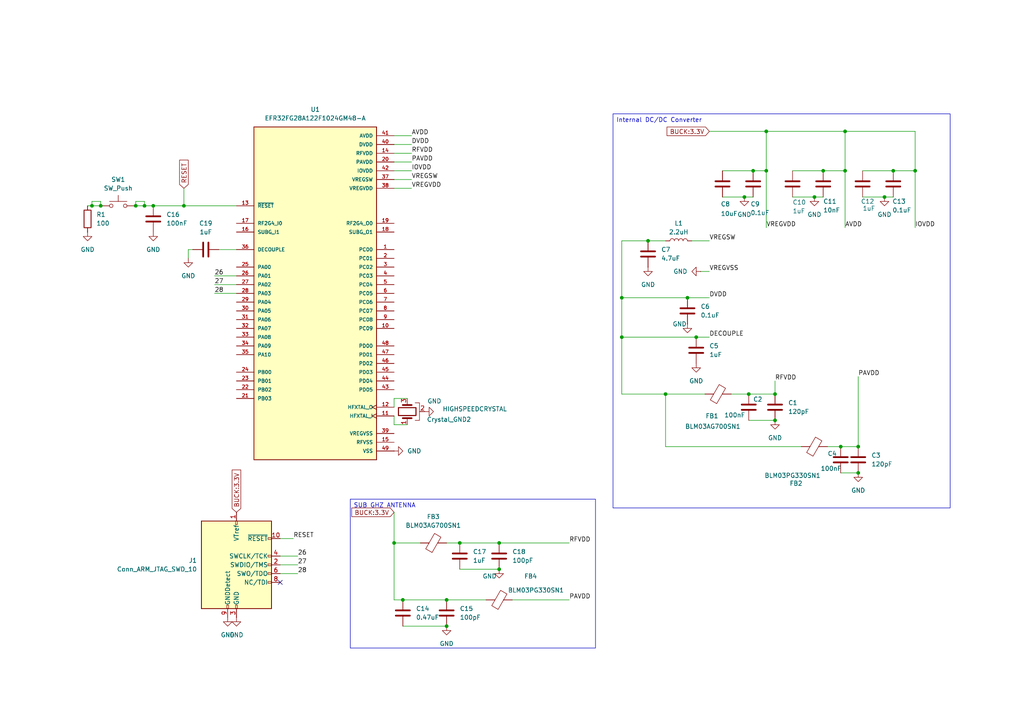
<source format=kicad_sch>
(kicad_sch
	(version 20250114)
	(generator "eeschema")
	(generator_version "9.0")
	(uuid "74db3d71-aabc-4772-8b6e-f54e9aeb8886")
	(paper "A4")
	(lib_symbols
		(symbol "Connector:Conn_ARM_JTAG_SWD_10"
			(pin_names
				(offset 1.016)
			)
			(exclude_from_sim no)
			(in_bom yes)
			(on_board yes)
			(property "Reference" "J"
				(at -2.54 16.51 0)
				(effects
					(font
						(size 1.27 1.27)
					)
					(justify right)
				)
			)
			(property "Value" "Conn_ARM_JTAG_SWD_10"
				(at -2.54 13.97 0)
				(effects
					(font
						(size 1.27 1.27)
					)
					(justify right bottom)
				)
			)
			(property "Footprint" ""
				(at 0 0 0)
				(effects
					(font
						(size 1.27 1.27)
					)
					(hide yes)
				)
			)
			(property "Datasheet" "http://infocenter.arm.com/help/topic/com.arm.doc.ddi0314h/DDI0314H_coresight_components_trm.pdf"
				(at -8.89 -31.75 90)
				(effects
					(font
						(size 1.27 1.27)
					)
					(hide yes)
				)
			)
			(property "Description" "Cortex Debug Connector, standard ARM Cortex-M SWD and JTAG interface"
				(at 0 0 0)
				(effects
					(font
						(size 1.27 1.27)
					)
					(hide yes)
				)
			)
			(property "ki_keywords" "Cortex Debug Connector ARM SWD JTAG"
				(at 0 0 0)
				(effects
					(font
						(size 1.27 1.27)
					)
					(hide yes)
				)
			)
			(property "ki_fp_filters" "PinHeader?2x05?P1.27mm*"
				(at 0 0 0)
				(effects
					(font
						(size 1.27 1.27)
					)
					(hide yes)
				)
			)
			(symbol "Conn_ARM_JTAG_SWD_10_0_1"
				(rectangle
					(start -10.16 12.7)
					(end 10.16 -12.7)
					(stroke
						(width 0.254)
						(type default)
					)
					(fill
						(type background)
					)
				)
				(rectangle
					(start -2.794 -12.7)
					(end -2.286 -11.684)
					(stroke
						(width 0)
						(type default)
					)
					(fill
						(type none)
					)
				)
				(rectangle
					(start -0.254 12.7)
					(end 0.254 11.684)
					(stroke
						(width 0)
						(type default)
					)
					(fill
						(type none)
					)
				)
				(rectangle
					(start -0.254 -12.7)
					(end 0.254 -11.684)
					(stroke
						(width 0)
						(type default)
					)
					(fill
						(type none)
					)
				)
				(rectangle
					(start 9.144 2.286)
					(end 10.16 2.794)
					(stroke
						(width 0)
						(type default)
					)
					(fill
						(type none)
					)
				)
				(rectangle
					(start 10.16 7.874)
					(end 9.144 7.366)
					(stroke
						(width 0)
						(type default)
					)
					(fill
						(type none)
					)
				)
				(rectangle
					(start 10.16 -0.254)
					(end 9.144 0.254)
					(stroke
						(width 0)
						(type default)
					)
					(fill
						(type none)
					)
				)
				(rectangle
					(start 10.16 -2.794)
					(end 9.144 -2.286)
					(stroke
						(width 0)
						(type default)
					)
					(fill
						(type none)
					)
				)
			)
			(symbol "Conn_ARM_JTAG_SWD_10_1_1"
				(rectangle
					(start 9.144 -5.334)
					(end 10.16 -4.826)
					(stroke
						(width 0)
						(type default)
					)
					(fill
						(type none)
					)
				)
				(pin no_connect line
					(at -10.16 0 0)
					(length 2.54)
					(hide yes)
					(name "KEY"
						(effects
							(font
								(size 1.27 1.27)
							)
						)
					)
					(number "7"
						(effects
							(font
								(size 1.27 1.27)
							)
						)
					)
				)
				(pin passive line
					(at -2.54 -15.24 90)
					(length 2.54)
					(name "GNDDetect"
						(effects
							(font
								(size 1.27 1.27)
							)
						)
					)
					(number "9"
						(effects
							(font
								(size 1.27 1.27)
							)
						)
					)
				)
				(pin power_in line
					(at 0 15.24 270)
					(length 2.54)
					(name "VTref"
						(effects
							(font
								(size 1.27 1.27)
							)
						)
					)
					(number "1"
						(effects
							(font
								(size 1.27 1.27)
							)
						)
					)
				)
				(pin power_in line
					(at 0 -15.24 90)
					(length 2.54)
					(name "GND"
						(effects
							(font
								(size 1.27 1.27)
							)
						)
					)
					(number "3"
						(effects
							(font
								(size 1.27 1.27)
							)
						)
					)
				)
				(pin passive line
					(at 0 -15.24 90)
					(length 2.54)
					(hide yes)
					(name "GND"
						(effects
							(font
								(size 1.27 1.27)
							)
						)
					)
					(number "5"
						(effects
							(font
								(size 1.27 1.27)
							)
						)
					)
				)
				(pin open_collector line
					(at 12.7 7.62 180)
					(length 2.54)
					(name "~{RESET}"
						(effects
							(font
								(size 1.27 1.27)
							)
						)
					)
					(number "10"
						(effects
							(font
								(size 1.27 1.27)
							)
						)
					)
				)
				(pin output line
					(at 12.7 2.54 180)
					(length 2.54)
					(name "SWCLK/TCK"
						(effects
							(font
								(size 1.27 1.27)
							)
						)
					)
					(number "4"
						(effects
							(font
								(size 1.27 1.27)
							)
						)
					)
				)
				(pin bidirectional line
					(at 12.7 0 180)
					(length 2.54)
					(name "SWDIO/TMS"
						(effects
							(font
								(size 1.27 1.27)
							)
						)
					)
					(number "2"
						(effects
							(font
								(size 1.27 1.27)
							)
						)
					)
				)
				(pin input line
					(at 12.7 -2.54 180)
					(length 2.54)
					(name "SWO/TDO"
						(effects
							(font
								(size 1.27 1.27)
							)
						)
					)
					(number "6"
						(effects
							(font
								(size 1.27 1.27)
							)
						)
					)
				)
				(pin output line
					(at 12.7 -5.08 180)
					(length 2.54)
					(name "NC/TDI"
						(effects
							(font
								(size 1.27 1.27)
							)
						)
					)
					(number "8"
						(effects
							(font
								(size 1.27 1.27)
							)
						)
					)
				)
			)
			(embedded_fonts no)
		)
		(symbol "Device:C"
			(pin_numbers
				(hide yes)
			)
			(pin_names
				(offset 0.254)
			)
			(exclude_from_sim no)
			(in_bom yes)
			(on_board yes)
			(property "Reference" "C"
				(at 0.635 2.54 0)
				(effects
					(font
						(size 1.27 1.27)
					)
					(justify left)
				)
			)
			(property "Value" "C"
				(at 0.635 -2.54 0)
				(effects
					(font
						(size 1.27 1.27)
					)
					(justify left)
				)
			)
			(property "Footprint" ""
				(at 0.9652 -3.81 0)
				(effects
					(font
						(size 1.27 1.27)
					)
					(hide yes)
				)
			)
			(property "Datasheet" "~"
				(at 0 0 0)
				(effects
					(font
						(size 1.27 1.27)
					)
					(hide yes)
				)
			)
			(property "Description" "Unpolarized capacitor"
				(at 0 0 0)
				(effects
					(font
						(size 1.27 1.27)
					)
					(hide yes)
				)
			)
			(property "ki_keywords" "cap capacitor"
				(at 0 0 0)
				(effects
					(font
						(size 1.27 1.27)
					)
					(hide yes)
				)
			)
			(property "ki_fp_filters" "C_*"
				(at 0 0 0)
				(effects
					(font
						(size 1.27 1.27)
					)
					(hide yes)
				)
			)
			(symbol "C_0_1"
				(polyline
					(pts
						(xy -2.032 0.762) (xy 2.032 0.762)
					)
					(stroke
						(width 0.508)
						(type default)
					)
					(fill
						(type none)
					)
				)
				(polyline
					(pts
						(xy -2.032 -0.762) (xy 2.032 -0.762)
					)
					(stroke
						(width 0.508)
						(type default)
					)
					(fill
						(type none)
					)
				)
			)
			(symbol "C_1_1"
				(pin passive line
					(at 0 3.81 270)
					(length 2.794)
					(name "~"
						(effects
							(font
								(size 1.27 1.27)
							)
						)
					)
					(number "1"
						(effects
							(font
								(size 1.27 1.27)
							)
						)
					)
				)
				(pin passive line
					(at 0 -3.81 90)
					(length 2.794)
					(name "~"
						(effects
							(font
								(size 1.27 1.27)
							)
						)
					)
					(number "2"
						(effects
							(font
								(size 1.27 1.27)
							)
						)
					)
				)
			)
			(embedded_fonts no)
		)
		(symbol "Device:Crystal_GND2"
			(pin_names
				(offset 1.016)
				(hide yes)
			)
			(exclude_from_sim no)
			(in_bom yes)
			(on_board yes)
			(property "Reference" "Y"
				(at 0 5.715 0)
				(effects
					(font
						(size 1.27 1.27)
					)
				)
			)
			(property "Value" "Crystal_GND2"
				(at 0 3.81 0)
				(effects
					(font
						(size 1.27 1.27)
					)
				)
			)
			(property "Footprint" ""
				(at 0 0 0)
				(effects
					(font
						(size 1.27 1.27)
					)
					(hide yes)
				)
			)
			(property "Datasheet" "~"
				(at 0 0 0)
				(effects
					(font
						(size 1.27 1.27)
					)
					(hide yes)
				)
			)
			(property "Description" "Three pin crystal, GND on pin 2"
				(at 0 0 0)
				(effects
					(font
						(size 1.27 1.27)
					)
					(hide yes)
				)
			)
			(property "ki_keywords" "quartz ceramic resonator oscillator"
				(at 0 0 0)
				(effects
					(font
						(size 1.27 1.27)
					)
					(hide yes)
				)
			)
			(property "ki_fp_filters" "Crystal*"
				(at 0 0 0)
				(effects
					(font
						(size 1.27 1.27)
					)
					(hide yes)
				)
			)
			(symbol "Crystal_GND2_0_1"
				(polyline
					(pts
						(xy -2.54 0) (xy -1.905 0)
					)
					(stroke
						(width 0)
						(type default)
					)
					(fill
						(type none)
					)
				)
				(polyline
					(pts
						(xy -2.54 -2.286) (xy -2.54 -3.556) (xy 2.54 -3.556) (xy 2.54 -2.286)
					)
					(stroke
						(width 0)
						(type default)
					)
					(fill
						(type none)
					)
				)
				(polyline
					(pts
						(xy -1.905 -1.27) (xy -1.905 1.27)
					)
					(stroke
						(width 0.508)
						(type default)
					)
					(fill
						(type none)
					)
				)
				(rectangle
					(start -1.143 2.54)
					(end 1.143 -2.54)
					(stroke
						(width 0.3048)
						(type default)
					)
					(fill
						(type none)
					)
				)
				(polyline
					(pts
						(xy 0 -3.81) (xy 0 -3.556)
					)
					(stroke
						(width 0)
						(type default)
					)
					(fill
						(type none)
					)
				)
				(polyline
					(pts
						(xy 1.905 1.27) (xy 1.905 -1.27)
					)
					(stroke
						(width 0.508)
						(type default)
					)
					(fill
						(type none)
					)
				)
				(polyline
					(pts
						(xy 1.905 0) (xy 2.54 0)
					)
					(stroke
						(width 0)
						(type default)
					)
					(fill
						(type none)
					)
				)
			)
			(symbol "Crystal_GND2_1_1"
				(pin passive line
					(at -3.81 0 0)
					(length 1.27)
					(name "1"
						(effects
							(font
								(size 1.27 1.27)
							)
						)
					)
					(number "1"
						(effects
							(font
								(size 1.27 1.27)
							)
						)
					)
				)
				(pin passive line
					(at 0 -5.08 90)
					(length 1.27)
					(name "2"
						(effects
							(font
								(size 1.27 1.27)
							)
						)
					)
					(number "2"
						(effects
							(font
								(size 1.27 1.27)
							)
						)
					)
				)
				(pin passive line
					(at 3.81 0 180)
					(length 1.27)
					(name "3"
						(effects
							(font
								(size 1.27 1.27)
							)
						)
					)
					(number "3"
						(effects
							(font
								(size 1.27 1.27)
							)
						)
					)
				)
			)
			(embedded_fonts no)
		)
		(symbol "Device:FerriteBead"
			(pin_numbers
				(hide yes)
			)
			(pin_names
				(offset 0)
			)
			(exclude_from_sim no)
			(in_bom yes)
			(on_board yes)
			(property "Reference" "FB"
				(at -3.81 0.635 90)
				(effects
					(font
						(size 1.27 1.27)
					)
				)
			)
			(property "Value" "FerriteBead"
				(at 3.81 0 90)
				(effects
					(font
						(size 1.27 1.27)
					)
				)
			)
			(property "Footprint" ""
				(at -1.778 0 90)
				(effects
					(font
						(size 1.27 1.27)
					)
					(hide yes)
				)
			)
			(property "Datasheet" "~"
				(at 0 0 0)
				(effects
					(font
						(size 1.27 1.27)
					)
					(hide yes)
				)
			)
			(property "Description" "Ferrite bead"
				(at 0 0 0)
				(effects
					(font
						(size 1.27 1.27)
					)
					(hide yes)
				)
			)
			(property "ki_keywords" "L ferrite bead inductor filter"
				(at 0 0 0)
				(effects
					(font
						(size 1.27 1.27)
					)
					(hide yes)
				)
			)
			(property "ki_fp_filters" "Inductor_* L_* *Ferrite*"
				(at 0 0 0)
				(effects
					(font
						(size 1.27 1.27)
					)
					(hide yes)
				)
			)
			(symbol "FerriteBead_0_1"
				(polyline
					(pts
						(xy -2.7686 0.4064) (xy -1.7018 2.2606) (xy 2.7686 -0.3048) (xy 1.6764 -2.159) (xy -2.7686 0.4064)
					)
					(stroke
						(width 0)
						(type default)
					)
					(fill
						(type none)
					)
				)
				(polyline
					(pts
						(xy 0 1.27) (xy 0 1.2954)
					)
					(stroke
						(width 0)
						(type default)
					)
					(fill
						(type none)
					)
				)
				(polyline
					(pts
						(xy 0 -1.27) (xy 0 -1.2192)
					)
					(stroke
						(width 0)
						(type default)
					)
					(fill
						(type none)
					)
				)
			)
			(symbol "FerriteBead_1_1"
				(pin passive line
					(at 0 3.81 270)
					(length 2.54)
					(name "~"
						(effects
							(font
								(size 1.27 1.27)
							)
						)
					)
					(number "1"
						(effects
							(font
								(size 1.27 1.27)
							)
						)
					)
				)
				(pin passive line
					(at 0 -3.81 90)
					(length 2.54)
					(name "~"
						(effects
							(font
								(size 1.27 1.27)
							)
						)
					)
					(number "2"
						(effects
							(font
								(size 1.27 1.27)
							)
						)
					)
				)
			)
			(embedded_fonts no)
		)
		(symbol "Device:L"
			(pin_numbers
				(hide yes)
			)
			(pin_names
				(offset 1.016)
				(hide yes)
			)
			(exclude_from_sim no)
			(in_bom yes)
			(on_board yes)
			(property "Reference" "L"
				(at -1.27 0 90)
				(effects
					(font
						(size 1.27 1.27)
					)
				)
			)
			(property "Value" "L"
				(at 1.905 0 90)
				(effects
					(font
						(size 1.27 1.27)
					)
				)
			)
			(property "Footprint" ""
				(at 0 0 0)
				(effects
					(font
						(size 1.27 1.27)
					)
					(hide yes)
				)
			)
			(property "Datasheet" "~"
				(at 0 0 0)
				(effects
					(font
						(size 1.27 1.27)
					)
					(hide yes)
				)
			)
			(property "Description" "Inductor"
				(at 0 0 0)
				(effects
					(font
						(size 1.27 1.27)
					)
					(hide yes)
				)
			)
			(property "ki_keywords" "inductor choke coil reactor magnetic"
				(at 0 0 0)
				(effects
					(font
						(size 1.27 1.27)
					)
					(hide yes)
				)
			)
			(property "ki_fp_filters" "Choke_* *Coil* Inductor_* L_*"
				(at 0 0 0)
				(effects
					(font
						(size 1.27 1.27)
					)
					(hide yes)
				)
			)
			(symbol "L_0_1"
				(arc
					(start 0 2.54)
					(mid 0.6323 1.905)
					(end 0 1.27)
					(stroke
						(width 0)
						(type default)
					)
					(fill
						(type none)
					)
				)
				(arc
					(start 0 1.27)
					(mid 0.6323 0.635)
					(end 0 0)
					(stroke
						(width 0)
						(type default)
					)
					(fill
						(type none)
					)
				)
				(arc
					(start 0 0)
					(mid 0.6323 -0.635)
					(end 0 -1.27)
					(stroke
						(width 0)
						(type default)
					)
					(fill
						(type none)
					)
				)
				(arc
					(start 0 -1.27)
					(mid 0.6323 -1.905)
					(end 0 -2.54)
					(stroke
						(width 0)
						(type default)
					)
					(fill
						(type none)
					)
				)
			)
			(symbol "L_1_1"
				(pin passive line
					(at 0 3.81 270)
					(length 1.27)
					(name "1"
						(effects
							(font
								(size 1.27 1.27)
							)
						)
					)
					(number "1"
						(effects
							(font
								(size 1.27 1.27)
							)
						)
					)
				)
				(pin passive line
					(at 0 -3.81 90)
					(length 1.27)
					(name "2"
						(effects
							(font
								(size 1.27 1.27)
							)
						)
					)
					(number "2"
						(effects
							(font
								(size 1.27 1.27)
							)
						)
					)
				)
			)
			(embedded_fonts no)
		)
		(symbol "Device:R"
			(pin_numbers
				(hide yes)
			)
			(pin_names
				(offset 0)
			)
			(exclude_from_sim no)
			(in_bom yes)
			(on_board yes)
			(property "Reference" "R"
				(at 2.032 0 90)
				(effects
					(font
						(size 1.27 1.27)
					)
				)
			)
			(property "Value" "R"
				(at 0 0 90)
				(effects
					(font
						(size 1.27 1.27)
					)
				)
			)
			(property "Footprint" ""
				(at -1.778 0 90)
				(effects
					(font
						(size 1.27 1.27)
					)
					(hide yes)
				)
			)
			(property "Datasheet" "~"
				(at 0 0 0)
				(effects
					(font
						(size 1.27 1.27)
					)
					(hide yes)
				)
			)
			(property "Description" "Resistor"
				(at 0 0 0)
				(effects
					(font
						(size 1.27 1.27)
					)
					(hide yes)
				)
			)
			(property "ki_keywords" "R res resistor"
				(at 0 0 0)
				(effects
					(font
						(size 1.27 1.27)
					)
					(hide yes)
				)
			)
			(property "ki_fp_filters" "R_*"
				(at 0 0 0)
				(effects
					(font
						(size 1.27 1.27)
					)
					(hide yes)
				)
			)
			(symbol "R_0_1"
				(rectangle
					(start -1.016 -2.54)
					(end 1.016 2.54)
					(stroke
						(width 0.254)
						(type default)
					)
					(fill
						(type none)
					)
				)
			)
			(symbol "R_1_1"
				(pin passive line
					(at 0 3.81 270)
					(length 1.27)
					(name "~"
						(effects
							(font
								(size 1.27 1.27)
							)
						)
					)
					(number "1"
						(effects
							(font
								(size 1.27 1.27)
							)
						)
					)
				)
				(pin passive line
					(at 0 -3.81 90)
					(length 1.27)
					(name "~"
						(effects
							(font
								(size 1.27 1.27)
							)
						)
					)
					(number "2"
						(effects
							(font
								(size 1.27 1.27)
							)
						)
					)
				)
			)
			(embedded_fonts no)
		)
		(symbol "EFR32FG28A122F1024GM48-A:EFR32FG28A122F1024GM48-A"
			(pin_names
				(offset 1.016)
			)
			(exclude_from_sim no)
			(in_bom yes)
			(on_board yes)
			(property "Reference" "U"
				(at -17.78 50.8 0)
				(effects
					(font
						(size 1.27 1.27)
					)
					(justify left top)
				)
			)
			(property "Value" "EFR32FG28A122F1024GM48-A"
				(at -17.78 -50.8 0)
				(effects
					(font
						(size 1.27 1.27)
					)
					(justify left bottom)
				)
			)
			(property "Footprint" "EFR32FG28A122F1024GM48-A:QFN40P600X600X90-49N"
				(at 0 0 0)
				(effects
					(font
						(size 1.27 1.27)
					)
					(justify bottom)
					(hide yes)
				)
			)
			(property "Datasheet" ""
				(at 0 0 0)
				(effects
					(font
						(size 1.27 1.27)
					)
					(hide yes)
				)
			)
			(property "Description" ""
				(at 0 0 0)
				(effects
					(font
						(size 1.27 1.27)
					)
					(hide yes)
				)
			)
			(property "MF" "Silicon Laboratories"
				(at 0 0 0)
				(effects
					(font
						(size 1.27 1.27)
					)
					(justify bottom)
					(hide yes)
				)
			)
			(property "MAXIMUM_PACKAGE_HEIGHT" "0.90mm"
				(at 0 0 0)
				(effects
					(font
						(size 1.27 1.27)
					)
					(justify bottom)
					(hide yes)
				)
			)
			(property "CREATOR" "RODRIGO"
				(at 0 0 0)
				(effects
					(font
						(size 1.27 1.27)
					)
					(justify bottom)
					(hide yes)
				)
			)
			(property "Price" "None"
				(at 0 0 0)
				(effects
					(font
						(size 1.27 1.27)
					)
					(justify bottom)
					(hide yes)
				)
			)
			(property "Package" "None"
				(at 0 0 0)
				(effects
					(font
						(size 1.27 1.27)
					)
					(justify bottom)
					(hide yes)
				)
			)
			(property "Check_prices" "https://www.snapeda.com/parts/EFR32FG28A122F1024GM48-A/Silicon+Laboratories/view-part/?ref=eda"
				(at 0 0 0)
				(effects
					(font
						(size 1.27 1.27)
					)
					(justify bottom)
					(hide yes)
				)
			)
			(property "STANDARD" "IPC-7351B"
				(at 0 0 0)
				(effects
					(font
						(size 1.27 1.27)
					)
					(justify bottom)
					(hide yes)
				)
			)
			(property "PARTREV" "1.1"
				(at 0 0 0)
				(effects
					(font
						(size 1.27 1.27)
					)
					(justify bottom)
					(hide yes)
				)
			)
			(property "VERIFIER" ""
				(at 0 0 0)
				(effects
					(font
						(size 1.27 1.27)
					)
					(justify bottom)
					(hide yes)
				)
			)
			(property "SnapEDA_Link" "https://www.snapeda.com/parts/EFR32FG28A122F1024GM48-A/Silicon+Laboratories/view-part/?ref=snap"
				(at 0 0 0)
				(effects
					(font
						(size 1.27 1.27)
					)
					(justify bottom)
					(hide yes)
				)
			)
			(property "MP" "EFR32FG28A122F1024GM48-A"
				(at 0 0 0)
				(effects
					(font
						(size 1.27 1.27)
					)
					(justify bottom)
					(hide yes)
				)
			)
			(property "Description_1" "IC RF TxRx + MCU Bluetooth, General ISM > 1GHz Bluetooth 2.4GHz 48-VFQFN Exposed Pad"
				(at 0 0 0)
				(effects
					(font
						(size 1.27 1.27)
					)
					(justify bottom)
					(hide yes)
				)
			)
			(property "Availability" "In Stock"
				(at 0 0 0)
				(effects
					(font
						(size 1.27 1.27)
					)
					(justify bottom)
					(hide yes)
				)
			)
			(property "MANUFACTURER" "Silicon Laboratories"
				(at 0 0 0)
				(effects
					(font
						(size 1.27 1.27)
					)
					(justify bottom)
					(hide yes)
				)
			)
			(symbol "EFR32FG28A122F1024GM48-A_0_0"
				(rectangle
					(start -17.78 -48.26)
					(end 17.78 48.26)
					(stroke
						(width 0.254)
						(type default)
					)
					(fill
						(type background)
					)
				)
				(pin input line
					(at -22.86 25.4 0)
					(length 5.08)
					(name "~{RESET}"
						(effects
							(font
								(size 1.016 1.016)
							)
						)
					)
					(number "13"
						(effects
							(font
								(size 1.016 1.016)
							)
						)
					)
				)
				(pin input line
					(at -22.86 20.32 0)
					(length 5.08)
					(name "RF2G4_I0"
						(effects
							(font
								(size 1.016 1.016)
							)
						)
					)
					(number "17"
						(effects
							(font
								(size 1.016 1.016)
							)
						)
					)
				)
				(pin input line
					(at -22.86 17.78 0)
					(length 5.08)
					(name "SUBG_I1"
						(effects
							(font
								(size 1.016 1.016)
							)
						)
					)
					(number "16"
						(effects
							(font
								(size 1.016 1.016)
							)
						)
					)
				)
				(pin passive line
					(at -22.86 12.7 0)
					(length 5.08)
					(name "DECOUPLE"
						(effects
							(font
								(size 1.016 1.016)
							)
						)
					)
					(number "36"
						(effects
							(font
								(size 1.016 1.016)
							)
						)
					)
				)
				(pin bidirectional line
					(at -22.86 7.62 0)
					(length 5.08)
					(name "PA00"
						(effects
							(font
								(size 1.016 1.016)
							)
						)
					)
					(number "25"
						(effects
							(font
								(size 1.016 1.016)
							)
						)
					)
				)
				(pin bidirectional line
					(at -22.86 5.08 0)
					(length 5.08)
					(name "PA01"
						(effects
							(font
								(size 1.016 1.016)
							)
						)
					)
					(number "26"
						(effects
							(font
								(size 1.016 1.016)
							)
						)
					)
				)
				(pin bidirectional line
					(at -22.86 2.54 0)
					(length 5.08)
					(name "PA02"
						(effects
							(font
								(size 1.016 1.016)
							)
						)
					)
					(number "27"
						(effects
							(font
								(size 1.016 1.016)
							)
						)
					)
				)
				(pin bidirectional line
					(at -22.86 0 0)
					(length 5.08)
					(name "PA03"
						(effects
							(font
								(size 1.016 1.016)
							)
						)
					)
					(number "28"
						(effects
							(font
								(size 1.016 1.016)
							)
						)
					)
				)
				(pin bidirectional line
					(at -22.86 -2.54 0)
					(length 5.08)
					(name "PA04"
						(effects
							(font
								(size 1.016 1.016)
							)
						)
					)
					(number "29"
						(effects
							(font
								(size 1.016 1.016)
							)
						)
					)
				)
				(pin bidirectional line
					(at -22.86 -5.08 0)
					(length 5.08)
					(name "PA05"
						(effects
							(font
								(size 1.016 1.016)
							)
						)
					)
					(number "30"
						(effects
							(font
								(size 1.016 1.016)
							)
						)
					)
				)
				(pin bidirectional line
					(at -22.86 -7.62 0)
					(length 5.08)
					(name "PA06"
						(effects
							(font
								(size 1.016 1.016)
							)
						)
					)
					(number "31"
						(effects
							(font
								(size 1.016 1.016)
							)
						)
					)
				)
				(pin bidirectional line
					(at -22.86 -10.16 0)
					(length 5.08)
					(name "PA07"
						(effects
							(font
								(size 1.016 1.016)
							)
						)
					)
					(number "32"
						(effects
							(font
								(size 1.016 1.016)
							)
						)
					)
				)
				(pin bidirectional line
					(at -22.86 -12.7 0)
					(length 5.08)
					(name "PA08"
						(effects
							(font
								(size 1.016 1.016)
							)
						)
					)
					(number "33"
						(effects
							(font
								(size 1.016 1.016)
							)
						)
					)
				)
				(pin bidirectional line
					(at -22.86 -15.24 0)
					(length 5.08)
					(name "PA09"
						(effects
							(font
								(size 1.016 1.016)
							)
						)
					)
					(number "34"
						(effects
							(font
								(size 1.016 1.016)
							)
						)
					)
				)
				(pin bidirectional line
					(at -22.86 -17.78 0)
					(length 5.08)
					(name "PA10"
						(effects
							(font
								(size 1.016 1.016)
							)
						)
					)
					(number "35"
						(effects
							(font
								(size 1.016 1.016)
							)
						)
					)
				)
				(pin bidirectional line
					(at -22.86 -22.86 0)
					(length 5.08)
					(name "PB00"
						(effects
							(font
								(size 1.016 1.016)
							)
						)
					)
					(number "24"
						(effects
							(font
								(size 1.016 1.016)
							)
						)
					)
				)
				(pin bidirectional line
					(at -22.86 -25.4 0)
					(length 5.08)
					(name "PB01"
						(effects
							(font
								(size 1.016 1.016)
							)
						)
					)
					(number "23"
						(effects
							(font
								(size 1.016 1.016)
							)
						)
					)
				)
				(pin bidirectional line
					(at -22.86 -27.94 0)
					(length 5.08)
					(name "PB02"
						(effects
							(font
								(size 1.016 1.016)
							)
						)
					)
					(number "22"
						(effects
							(font
								(size 1.016 1.016)
							)
						)
					)
				)
				(pin bidirectional line
					(at -22.86 -30.48 0)
					(length 5.08)
					(name "PB03"
						(effects
							(font
								(size 1.016 1.016)
							)
						)
					)
					(number "21"
						(effects
							(font
								(size 1.016 1.016)
							)
						)
					)
				)
				(pin power_in line
					(at 22.86 45.72 180)
					(length 5.08)
					(name "AVDD"
						(effects
							(font
								(size 1.016 1.016)
							)
						)
					)
					(number "41"
						(effects
							(font
								(size 1.016 1.016)
							)
						)
					)
				)
				(pin power_in line
					(at 22.86 43.18 180)
					(length 5.08)
					(name "DVDD"
						(effects
							(font
								(size 1.016 1.016)
							)
						)
					)
					(number "40"
						(effects
							(font
								(size 1.016 1.016)
							)
						)
					)
				)
				(pin power_in line
					(at 22.86 40.64 180)
					(length 5.08)
					(name "RFVDD"
						(effects
							(font
								(size 1.016 1.016)
							)
						)
					)
					(number "14"
						(effects
							(font
								(size 1.016 1.016)
							)
						)
					)
				)
				(pin power_in line
					(at 22.86 38.1 180)
					(length 5.08)
					(name "PAVDD"
						(effects
							(font
								(size 1.016 1.016)
							)
						)
					)
					(number "20"
						(effects
							(font
								(size 1.016 1.016)
							)
						)
					)
				)
				(pin power_in line
					(at 22.86 35.56 180)
					(length 5.08)
					(name "IOVDD"
						(effects
							(font
								(size 1.016 1.016)
							)
						)
					)
					(number "42"
						(effects
							(font
								(size 1.016 1.016)
							)
						)
					)
				)
				(pin power_in line
					(at 22.86 33.02 180)
					(length 5.08)
					(name "VREGSW"
						(effects
							(font
								(size 1.016 1.016)
							)
						)
					)
					(number "37"
						(effects
							(font
								(size 1.016 1.016)
							)
						)
					)
				)
				(pin power_in line
					(at 22.86 30.48 180)
					(length 5.08)
					(name "VREGVDD"
						(effects
							(font
								(size 1.016 1.016)
							)
						)
					)
					(number "38"
						(effects
							(font
								(size 1.016 1.016)
							)
						)
					)
				)
				(pin output line
					(at 22.86 20.32 180)
					(length 5.08)
					(name "RF2G4_O0"
						(effects
							(font
								(size 1.016 1.016)
							)
						)
					)
					(number "19"
						(effects
							(font
								(size 1.016 1.016)
							)
						)
					)
				)
				(pin output line
					(at 22.86 17.78 180)
					(length 5.08)
					(name "SUBG_O1"
						(effects
							(font
								(size 1.016 1.016)
							)
						)
					)
					(number "18"
						(effects
							(font
								(size 1.016 1.016)
							)
						)
					)
				)
				(pin bidirectional line
					(at 22.86 12.7 180)
					(length 5.08)
					(name "PC00"
						(effects
							(font
								(size 1.016 1.016)
							)
						)
					)
					(number "1"
						(effects
							(font
								(size 1.016 1.016)
							)
						)
					)
				)
				(pin bidirectional line
					(at 22.86 10.16 180)
					(length 5.08)
					(name "PC01"
						(effects
							(font
								(size 1.016 1.016)
							)
						)
					)
					(number "2"
						(effects
							(font
								(size 1.016 1.016)
							)
						)
					)
				)
				(pin bidirectional line
					(at 22.86 7.62 180)
					(length 5.08)
					(name "PC02"
						(effects
							(font
								(size 1.016 1.016)
							)
						)
					)
					(number "3"
						(effects
							(font
								(size 1.016 1.016)
							)
						)
					)
				)
				(pin bidirectional line
					(at 22.86 5.08 180)
					(length 5.08)
					(name "PC03"
						(effects
							(font
								(size 1.016 1.016)
							)
						)
					)
					(number "4"
						(effects
							(font
								(size 1.016 1.016)
							)
						)
					)
				)
				(pin bidirectional line
					(at 22.86 2.54 180)
					(length 5.08)
					(name "PC04"
						(effects
							(font
								(size 1.016 1.016)
							)
						)
					)
					(number "5"
						(effects
							(font
								(size 1.016 1.016)
							)
						)
					)
				)
				(pin bidirectional line
					(at 22.86 0 180)
					(length 5.08)
					(name "PC05"
						(effects
							(font
								(size 1.016 1.016)
							)
						)
					)
					(number "6"
						(effects
							(font
								(size 1.016 1.016)
							)
						)
					)
				)
				(pin bidirectional line
					(at 22.86 -2.54 180)
					(length 5.08)
					(name "PC06"
						(effects
							(font
								(size 1.016 1.016)
							)
						)
					)
					(number "7"
						(effects
							(font
								(size 1.016 1.016)
							)
						)
					)
				)
				(pin bidirectional line
					(at 22.86 -5.08 180)
					(length 5.08)
					(name "PC07"
						(effects
							(font
								(size 1.016 1.016)
							)
						)
					)
					(number "8"
						(effects
							(font
								(size 1.016 1.016)
							)
						)
					)
				)
				(pin bidirectional line
					(at 22.86 -7.62 180)
					(length 5.08)
					(name "PC08"
						(effects
							(font
								(size 1.016 1.016)
							)
						)
					)
					(number "9"
						(effects
							(font
								(size 1.016 1.016)
							)
						)
					)
				)
				(pin bidirectional line
					(at 22.86 -10.16 180)
					(length 5.08)
					(name "PC09"
						(effects
							(font
								(size 1.016 1.016)
							)
						)
					)
					(number "10"
						(effects
							(font
								(size 1.016 1.016)
							)
						)
					)
				)
				(pin bidirectional line
					(at 22.86 -15.24 180)
					(length 5.08)
					(name "PD00"
						(effects
							(font
								(size 1.016 1.016)
							)
						)
					)
					(number "48"
						(effects
							(font
								(size 1.016 1.016)
							)
						)
					)
				)
				(pin bidirectional line
					(at 22.86 -17.78 180)
					(length 5.08)
					(name "PD01"
						(effects
							(font
								(size 1.016 1.016)
							)
						)
					)
					(number "47"
						(effects
							(font
								(size 1.016 1.016)
							)
						)
					)
				)
				(pin bidirectional line
					(at 22.86 -20.32 180)
					(length 5.08)
					(name "PD02"
						(effects
							(font
								(size 1.016 1.016)
							)
						)
					)
					(number "46"
						(effects
							(font
								(size 1.016 1.016)
							)
						)
					)
				)
				(pin bidirectional line
					(at 22.86 -22.86 180)
					(length 5.08)
					(name "PD03"
						(effects
							(font
								(size 1.016 1.016)
							)
						)
					)
					(number "45"
						(effects
							(font
								(size 1.016 1.016)
							)
						)
					)
				)
				(pin bidirectional line
					(at 22.86 -25.4 180)
					(length 5.08)
					(name "PD04"
						(effects
							(font
								(size 1.016 1.016)
							)
						)
					)
					(number "44"
						(effects
							(font
								(size 1.016 1.016)
							)
						)
					)
				)
				(pin bidirectional line
					(at 22.86 -27.94 180)
					(length 5.08)
					(name "PD05"
						(effects
							(font
								(size 1.016 1.016)
							)
						)
					)
					(number "43"
						(effects
							(font
								(size 1.016 1.016)
							)
						)
					)
				)
				(pin output clock
					(at 22.86 -33.02 180)
					(length 5.08)
					(name "HFXTAL_O"
						(effects
							(font
								(size 1.016 1.016)
							)
						)
					)
					(number "12"
						(effects
							(font
								(size 1.016 1.016)
							)
						)
					)
				)
				(pin input clock
					(at 22.86 -35.56 180)
					(length 5.08)
					(name "HFXTAL_I"
						(effects
							(font
								(size 1.016 1.016)
							)
						)
					)
					(number "11"
						(effects
							(font
								(size 1.016 1.016)
							)
						)
					)
				)
				(pin power_in line
					(at 22.86 -40.64 180)
					(length 5.08)
					(name "VREGVSS"
						(effects
							(font
								(size 1.016 1.016)
							)
						)
					)
					(number "39"
						(effects
							(font
								(size 1.016 1.016)
							)
						)
					)
				)
				(pin power_in line
					(at 22.86 -43.18 180)
					(length 5.08)
					(name "RFVSS"
						(effects
							(font
								(size 1.016 1.016)
							)
						)
					)
					(number "15"
						(effects
							(font
								(size 1.016 1.016)
							)
						)
					)
				)
				(pin power_in line
					(at 22.86 -45.72 180)
					(length 5.08)
					(name "VSS"
						(effects
							(font
								(size 1.016 1.016)
							)
						)
					)
					(number "49"
						(effects
							(font
								(size 1.016 1.016)
							)
						)
					)
				)
			)
			(embedded_fonts no)
		)
		(symbol "Switch:SW_Push"
			(pin_numbers
				(hide yes)
			)
			(pin_names
				(offset 1.016)
				(hide yes)
			)
			(exclude_from_sim no)
			(in_bom yes)
			(on_board yes)
			(property "Reference" "SW"
				(at 1.27 2.54 0)
				(effects
					(font
						(size 1.27 1.27)
					)
					(justify left)
				)
			)
			(property "Value" "SW_Push"
				(at 0 -1.524 0)
				(effects
					(font
						(size 1.27 1.27)
					)
				)
			)
			(property "Footprint" ""
				(at 0 5.08 0)
				(effects
					(font
						(size 1.27 1.27)
					)
					(hide yes)
				)
			)
			(property "Datasheet" "~"
				(at 0 5.08 0)
				(effects
					(font
						(size 1.27 1.27)
					)
					(hide yes)
				)
			)
			(property "Description" "Push button switch, generic, two pins"
				(at 0 0 0)
				(effects
					(font
						(size 1.27 1.27)
					)
					(hide yes)
				)
			)
			(property "ki_keywords" "switch normally-open pushbutton push-button"
				(at 0 0 0)
				(effects
					(font
						(size 1.27 1.27)
					)
					(hide yes)
				)
			)
			(symbol "SW_Push_0_1"
				(circle
					(center -2.032 0)
					(radius 0.508)
					(stroke
						(width 0)
						(type default)
					)
					(fill
						(type none)
					)
				)
				(polyline
					(pts
						(xy 0 1.27) (xy 0 3.048)
					)
					(stroke
						(width 0)
						(type default)
					)
					(fill
						(type none)
					)
				)
				(circle
					(center 2.032 0)
					(radius 0.508)
					(stroke
						(width 0)
						(type default)
					)
					(fill
						(type none)
					)
				)
				(polyline
					(pts
						(xy 2.54 1.27) (xy -2.54 1.27)
					)
					(stroke
						(width 0)
						(type default)
					)
					(fill
						(type none)
					)
				)
				(pin passive line
					(at -5.08 0 0)
					(length 2.54)
					(name "1"
						(effects
							(font
								(size 1.27 1.27)
							)
						)
					)
					(number "1"
						(effects
							(font
								(size 1.27 1.27)
							)
						)
					)
				)
				(pin passive line
					(at 5.08 0 180)
					(length 2.54)
					(name "2"
						(effects
							(font
								(size 1.27 1.27)
							)
						)
					)
					(number "2"
						(effects
							(font
								(size 1.27 1.27)
							)
						)
					)
				)
			)
			(embedded_fonts no)
		)
		(symbol "power:GND"
			(power)
			(pin_numbers
				(hide yes)
			)
			(pin_names
				(offset 0)
				(hide yes)
			)
			(exclude_from_sim no)
			(in_bom yes)
			(on_board yes)
			(property "Reference" "#PWR"
				(at 0 -6.35 0)
				(effects
					(font
						(size 1.27 1.27)
					)
					(hide yes)
				)
			)
			(property "Value" "GND"
				(at 0 -3.81 0)
				(effects
					(font
						(size 1.27 1.27)
					)
				)
			)
			(property "Footprint" ""
				(at 0 0 0)
				(effects
					(font
						(size 1.27 1.27)
					)
					(hide yes)
				)
			)
			(property "Datasheet" ""
				(at 0 0 0)
				(effects
					(font
						(size 1.27 1.27)
					)
					(hide yes)
				)
			)
			(property "Description" "Power symbol creates a global label with name \"GND\" , ground"
				(at 0 0 0)
				(effects
					(font
						(size 1.27 1.27)
					)
					(hide yes)
				)
			)
			(property "ki_keywords" "global power"
				(at 0 0 0)
				(effects
					(font
						(size 1.27 1.27)
					)
					(hide yes)
				)
			)
			(symbol "GND_0_1"
				(polyline
					(pts
						(xy 0 0) (xy 0 -1.27) (xy 1.27 -1.27) (xy 0 -2.54) (xy -1.27 -1.27) (xy 0 -1.27)
					)
					(stroke
						(width 0)
						(type default)
					)
					(fill
						(type none)
					)
				)
			)
			(symbol "GND_1_1"
				(pin power_in line
					(at 0 0 270)
					(length 0)
					(name "~"
						(effects
							(font
								(size 1.27 1.27)
							)
						)
					)
					(number "1"
						(effects
							(font
								(size 1.27 1.27)
							)
						)
					)
				)
			)
			(embedded_fonts no)
		)
	)
	(text_box "SUB GHZ ANTENNA\n\n"
		(exclude_from_sim no)
		(at 101.6 144.78 0)
		(size 71.12 43.18)
		(margins 0.9525 0.9525 0.9525 0.9525)
		(stroke
			(width 0)
			(type solid)
		)
		(fill
			(type none)
		)
		(effects
			(font
				(size 1.27 1.27)
			)
			(justify left top)
		)
		(uuid "39d21e1f-46e6-4039-8bde-ece4ba713c43")
	)
	(text_box "Internal DC/DC Converter\n"
		(exclude_from_sim no)
		(at 177.8 33.02 0)
		(size 97.79 114.3)
		(margins 0.9525 0.9525 0.9525 0.9525)
		(stroke
			(width 0)
			(type solid)
		)
		(fill
			(type none)
		)
		(effects
			(font
				(size 1.27 1.27)
			)
			(justify left top)
		)
		(uuid "729d5e30-d632-4899-b78e-14095958ec79")
	)
	(junction
		(at 224.79 114.3)
		(diameter 0)
		(color 0 0 0 0)
		(uuid "040a61ff-b731-4c54-948d-072a6a37540b")
	)
	(junction
		(at 116.84 173.99)
		(diameter 0)
		(color 0 0 0 0)
		(uuid "1175aaf1-0a45-41c4-8ed7-1e800ad61a09")
	)
	(junction
		(at 53.34 59.69)
		(diameter 0)
		(color 0 0 0 0)
		(uuid "147bde1b-de4e-4b6e-bdaf-4f3faae3c5ce")
	)
	(junction
		(at 224.79 121.92)
		(diameter 0)
		(color 0 0 0 0)
		(uuid "1481217e-b8a7-4cfc-ac42-4019a2430505")
	)
	(junction
		(at 29.21 59.69)
		(diameter 0)
		(color 0 0 0 0)
		(uuid "1aa7b221-e36e-4adf-b87f-db6f2190371c")
	)
	(junction
		(at 199.39 86.36)
		(diameter 0)
		(color 0 0 0 0)
		(uuid "2b8cae70-ade2-42e0-8829-410b6eae898b")
	)
	(junction
		(at 215.9 57.15)
		(diameter 0)
		(color 0 0 0 0)
		(uuid "30934ba7-dbd7-4273-9f94-a0f8e5107d6b")
	)
	(junction
		(at 222.25 49.53)
		(diameter 0)
		(color 0 0 0 0)
		(uuid "33f0b262-974f-4efe-b62a-598786cdebfe")
	)
	(junction
		(at 259.08 49.53)
		(diameter 0)
		(color 0 0 0 0)
		(uuid "35c343ac-6de7-41ef-956d-946260648059")
	)
	(junction
		(at 245.11 49.53)
		(diameter 0)
		(color 0 0 0 0)
		(uuid "4d52658a-e536-4d71-aefb-0e1a922c92d0")
	)
	(junction
		(at 129.54 173.99)
		(diameter 0)
		(color 0 0 0 0)
		(uuid "506c177b-78c3-4760-aa59-92d94fbb8606")
	)
	(junction
		(at 133.35 157.48)
		(diameter 0)
		(color 0 0 0 0)
		(uuid "5fedebce-275d-47be-b3f5-92fc9e3fb38a")
	)
	(junction
		(at 39.37 59.69)
		(diameter 0)
		(color 0 0 0 0)
		(uuid "630f98ef-ed1b-4236-bdc5-521eedd0ffef")
	)
	(junction
		(at 238.76 49.53)
		(diameter 0)
		(color 0 0 0 0)
		(uuid "6a9c29b1-3049-434f-94dd-e2168b454316")
	)
	(junction
		(at 218.44 49.53)
		(diameter 0)
		(color 0 0 0 0)
		(uuid "6ec5b836-c3e0-4393-a4ea-1543bd712e33")
	)
	(junction
		(at 41.91 59.69)
		(diameter 0)
		(color 0 0 0 0)
		(uuid "72e82c9a-f31e-4792-8920-4791e4e12a31")
	)
	(junction
		(at 248.92 137.16)
		(diameter 0)
		(color 0 0 0 0)
		(uuid "734ef632-d189-4d30-9110-bbcfff0cd4bf")
	)
	(junction
		(at 245.11 38.1)
		(diameter 0)
		(color 0 0 0 0)
		(uuid "738422f5-64e2-4164-b0f5-ec5e8b7ffff4")
	)
	(junction
		(at 144.78 157.48)
		(diameter 0)
		(color 0 0 0 0)
		(uuid "7499fcbb-f74a-454c-b6df-7fdeec4ebfcb")
	)
	(junction
		(at 256.54 57.15)
		(diameter 0)
		(color 0 0 0 0)
		(uuid "7553f7f1-3970-45a3-9b51-b02898a4954e")
	)
	(junction
		(at 217.17 114.3)
		(diameter 0)
		(color 0 0 0 0)
		(uuid "8d4eabba-de90-44ab-850c-845649cb9d66")
	)
	(junction
		(at 180.34 97.79)
		(diameter 0)
		(color 0 0 0 0)
		(uuid "9118f59f-51be-4a12-83da-0c008409add1")
	)
	(junction
		(at 26.67 59.69)
		(diameter 0)
		(color 0 0 0 0)
		(uuid "93088e32-57ba-4339-8bd1-af323073459a")
	)
	(junction
		(at 201.93 97.79)
		(diameter 0)
		(color 0 0 0 0)
		(uuid "9a894205-306c-46d9-b481-4cd9ed372119")
	)
	(junction
		(at 236.22 57.15)
		(diameter 0)
		(color 0 0 0 0)
		(uuid "a4f171a6-dd09-4fcd-a85d-c06eaa27fa89")
	)
	(junction
		(at 44.45 59.69)
		(diameter 0)
		(color 0 0 0 0)
		(uuid "afbcfa6c-519b-436f-8802-1fdc06ff4d4e")
	)
	(junction
		(at 129.54 181.61)
		(diameter 0)
		(color 0 0 0 0)
		(uuid "b6ab1b9a-4c70-47dd-859f-9897817db9ca")
	)
	(junction
		(at 180.34 86.36)
		(diameter 0)
		(color 0 0 0 0)
		(uuid "ba6a38ea-faeb-4a8f-ae16-34eb7998e9d9")
	)
	(junction
		(at 187.96 69.85)
		(diameter 0)
		(color 0 0 0 0)
		(uuid "c1789cba-9679-4efe-9e35-1460331bd7c4")
	)
	(junction
		(at 222.25 38.1)
		(diameter 0)
		(color 0 0 0 0)
		(uuid "cdd056a1-97b9-4f97-84f8-256d02f66ad4")
	)
	(junction
		(at 193.04 114.3)
		(diameter 0)
		(color 0 0 0 0)
		(uuid "dac2f32d-3071-4dd7-be98-c6e59d9f63d4")
	)
	(junction
		(at 248.92 129.54)
		(diameter 0)
		(color 0 0 0 0)
		(uuid "e514103a-6b82-414e-8b66-c67e73ed44e1")
	)
	(junction
		(at 114.3 157.48)
		(diameter 0)
		(color 0 0 0 0)
		(uuid "e9715e66-bea6-4d2e-8e0e-8a55b79a8a16")
	)
	(junction
		(at 265.43 49.53)
		(diameter 0)
		(color 0 0 0 0)
		(uuid "f46aa0dc-c912-45c6-9ab7-a6db616aa0ec")
	)
	(junction
		(at 243.84 129.54)
		(diameter 0)
		(color 0 0 0 0)
		(uuid "f8263ded-8cad-49d3-8463-61403e22d597")
	)
	(junction
		(at 144.78 165.1)
		(diameter 0)
		(color 0 0 0 0)
		(uuid "fe4550c9-f540-44e2-9b2d-9f6ab4ad8574")
	)
	(no_connect
		(at 81.28 168.91)
		(uuid "534fa667-099f-4172-be85-469d86d6ff63")
	)
	(wire
		(pts
			(xy 63.5 72.39) (xy 68.58 72.39)
		)
		(stroke
			(width 0)
			(type default)
		)
		(uuid "00960cf6-b656-4a57-8cc7-d01a433e46d4")
	)
	(wire
		(pts
			(xy 114.3 44.45) (xy 119.38 44.45)
		)
		(stroke
			(width 0)
			(type default)
		)
		(uuid "056a68d7-edbd-494f-987b-5c4be29153c3")
	)
	(wire
		(pts
			(xy 114.3 52.07) (xy 119.38 52.07)
		)
		(stroke
			(width 0)
			(type default)
		)
		(uuid "072b6c30-3389-4928-afbf-e26f81bd951e")
	)
	(wire
		(pts
			(xy 199.39 86.36) (xy 180.34 86.36)
		)
		(stroke
			(width 0)
			(type default)
		)
		(uuid "0c11448f-1476-4660-a639-c4df17b1a2fb")
	)
	(wire
		(pts
			(xy 114.3 39.37) (xy 119.38 39.37)
		)
		(stroke
			(width 0)
			(type default)
		)
		(uuid "10348376-1589-4197-af3c-d9167ee5307d")
	)
	(wire
		(pts
			(xy 129.54 157.48) (xy 133.35 157.48)
		)
		(stroke
			(width 0)
			(type default)
		)
		(uuid "16a94e81-e49e-412d-ba80-8bbda2424f07")
	)
	(wire
		(pts
			(xy 116.84 173.99) (xy 129.54 173.99)
		)
		(stroke
			(width 0)
			(type default)
		)
		(uuid "19142bbf-306e-4f41-b0a5-dc6784bc1827")
	)
	(wire
		(pts
			(xy 232.41 129.54) (xy 193.04 129.54)
		)
		(stroke
			(width 0)
			(type default)
		)
		(uuid "1a1820de-b061-4c88-97c2-0d56693b709d")
	)
	(wire
		(pts
			(xy 243.84 129.54) (xy 248.92 129.54)
		)
		(stroke
			(width 0)
			(type default)
		)
		(uuid "1d362c32-15ef-4e27-9c5b-8a8553449249")
	)
	(wire
		(pts
			(xy 250.19 57.15) (xy 256.54 57.15)
		)
		(stroke
			(width 0)
			(type default)
		)
		(uuid "204ff518-cd88-4d48-85ea-581a3872219f")
	)
	(wire
		(pts
			(xy 200.66 69.85) (xy 205.74 69.85)
		)
		(stroke
			(width 0)
			(type default)
		)
		(uuid "21306357-c2dd-42c6-82a7-9d16b78ecfdb")
	)
	(wire
		(pts
			(xy 180.34 97.79) (xy 180.34 86.36)
		)
		(stroke
			(width 0)
			(type default)
		)
		(uuid "213b296d-f0ff-4ffb-8810-232e2b3ed053")
	)
	(wire
		(pts
			(xy 39.37 58.42) (xy 41.91 58.42)
		)
		(stroke
			(width 0)
			(type default)
		)
		(uuid "22366706-9040-445e-9191-4d1e54204de0")
	)
	(wire
		(pts
			(xy 229.87 57.15) (xy 236.22 57.15)
		)
		(stroke
			(width 0)
			(type default)
		)
		(uuid "28da51bb-8d8c-41c5-9f40-fa508afb4a11")
	)
	(wire
		(pts
			(xy 193.04 129.54) (xy 193.04 114.3)
		)
		(stroke
			(width 0)
			(type default)
		)
		(uuid "2cd3b0f4-749a-467c-888d-21795fafc78e")
	)
	(wire
		(pts
			(xy 53.34 59.69) (xy 68.58 59.69)
		)
		(stroke
			(width 0)
			(type default)
		)
		(uuid "303dd00a-9f4a-497b-8369-87af9a31aa37")
	)
	(wire
		(pts
			(xy 245.11 38.1) (xy 222.25 38.1)
		)
		(stroke
			(width 0)
			(type default)
		)
		(uuid "3faeda73-d5ab-40e4-8ffc-30b06fbbc4ad")
	)
	(wire
		(pts
			(xy 114.3 46.99) (xy 119.38 46.99)
		)
		(stroke
			(width 0)
			(type default)
		)
		(uuid "4256a292-a588-4ae5-a97e-4388e9c8363a")
	)
	(wire
		(pts
			(xy 187.96 69.85) (xy 193.04 69.85)
		)
		(stroke
			(width 0)
			(type default)
		)
		(uuid "47ded40d-fa45-4ea6-95a9-a58027ed82a9")
	)
	(wire
		(pts
			(xy 81.28 163.83) (xy 86.36 163.83)
		)
		(stroke
			(width 0)
			(type default)
		)
		(uuid "4c827a12-b9a8-43e7-b39e-83d6fddb1b25")
	)
	(wire
		(pts
			(xy 133.35 157.48) (xy 144.78 157.48)
		)
		(stroke
			(width 0)
			(type default)
		)
		(uuid "4c8a65eb-5b2e-45a8-9b23-46af25bdac5f")
	)
	(wire
		(pts
			(xy 148.59 173.99) (xy 165.1 173.99)
		)
		(stroke
			(width 0)
			(type default)
		)
		(uuid "4ceea3b1-e9f2-424e-b53d-424d7cabf235")
	)
	(wire
		(pts
			(xy 248.92 109.22) (xy 248.92 129.54)
		)
		(stroke
			(width 0)
			(type default)
		)
		(uuid "4e8ff0d4-7541-4bbc-9c34-517e43e2f722")
	)
	(wire
		(pts
			(xy 25.4 59.69) (xy 26.67 59.69)
		)
		(stroke
			(width 0)
			(type default)
		)
		(uuid "5020d7ea-d1f1-4cd7-9ddd-0b0a5f371b5a")
	)
	(wire
		(pts
			(xy 193.04 114.3) (xy 204.47 114.3)
		)
		(stroke
			(width 0)
			(type default)
		)
		(uuid "50f50c06-8283-4d77-ab89-bec2d8bc8fbd")
	)
	(wire
		(pts
			(xy 236.22 57.15) (xy 238.76 57.15)
		)
		(stroke
			(width 0)
			(type default)
		)
		(uuid "5dd42175-1d49-4391-b7f9-3f51fbc33eb7")
	)
	(wire
		(pts
			(xy 114.3 41.91) (xy 119.38 41.91)
		)
		(stroke
			(width 0)
			(type default)
		)
		(uuid "5ea9a88b-8aa4-490e-84bf-0d6e1eb64f5a")
	)
	(wire
		(pts
			(xy 256.54 57.15) (xy 259.08 57.15)
		)
		(stroke
			(width 0)
			(type default)
		)
		(uuid "621513a2-0126-481a-8b99-419ed7ff86b6")
	)
	(wire
		(pts
			(xy 133.35 165.1) (xy 144.78 165.1)
		)
		(stroke
			(width 0)
			(type default)
		)
		(uuid "6425fe8c-bd20-4469-b737-a2f5666947cc")
	)
	(wire
		(pts
			(xy 114.3 148.59) (xy 114.3 157.48)
		)
		(stroke
			(width 0)
			(type default)
		)
		(uuid "6552e37c-cf72-44b4-8045-430d2913b128")
	)
	(wire
		(pts
			(xy 114.3 49.53) (xy 119.38 49.53)
		)
		(stroke
			(width 0)
			(type default)
		)
		(uuid "6650a361-23d5-4cc4-af31-cefe2bca86f7")
	)
	(wire
		(pts
			(xy 114.3 173.99) (xy 114.3 157.48)
		)
		(stroke
			(width 0)
			(type default)
		)
		(uuid "6858355f-4c4d-4f9f-9f51-639c6d4ae240")
	)
	(wire
		(pts
			(xy 26.67 59.69) (xy 26.67 58.42)
		)
		(stroke
			(width 0)
			(type default)
		)
		(uuid "6a441755-3c35-4bf3-8c2c-4583a071d02d")
	)
	(wire
		(pts
			(xy 39.37 59.69) (xy 39.37 58.42)
		)
		(stroke
			(width 0)
			(type default)
		)
		(uuid "6cd7272d-7ab9-4705-ba76-f0700eea3b52")
	)
	(wire
		(pts
			(xy 250.19 49.53) (xy 259.08 49.53)
		)
		(stroke
			(width 0)
			(type default)
		)
		(uuid "71ffe40d-1844-4aa5-9a3d-b0d350794676")
	)
	(wire
		(pts
			(xy 53.34 54.61) (xy 53.34 59.69)
		)
		(stroke
			(width 0)
			(type default)
		)
		(uuid "75dfe731-a817-4a08-a9af-8da0d8037478")
	)
	(wire
		(pts
			(xy 224.79 110.49) (xy 224.79 114.3)
		)
		(stroke
			(width 0)
			(type default)
		)
		(uuid "76103348-eb5f-4b23-b1cd-a2e31ddd3b42")
	)
	(wire
		(pts
			(xy 222.25 66.04) (xy 222.25 49.53)
		)
		(stroke
			(width 0)
			(type default)
		)
		(uuid "791835e1-356f-4f9d-8463-f081338c5b3b")
	)
	(wire
		(pts
			(xy 81.28 161.29) (xy 86.36 161.29)
		)
		(stroke
			(width 0)
			(type default)
		)
		(uuid "7b47c542-b2e4-47f1-8ae4-e4fed7fa12ce")
	)
	(wire
		(pts
			(xy 265.43 38.1) (xy 245.11 38.1)
		)
		(stroke
			(width 0)
			(type default)
		)
		(uuid "82e2c75d-1796-49ba-9a5e-227df207b078")
	)
	(wire
		(pts
			(xy 26.67 59.69) (xy 29.21 59.69)
		)
		(stroke
			(width 0)
			(type default)
		)
		(uuid "8874d1c4-78fa-43a8-9354-73b7684fe114")
	)
	(wire
		(pts
			(xy 215.9 57.15) (xy 218.44 57.15)
		)
		(stroke
			(width 0)
			(type default)
		)
		(uuid "89912d21-0a97-4bb2-9917-036ab2455b69")
	)
	(wire
		(pts
			(xy 180.34 86.36) (xy 180.34 69.85)
		)
		(stroke
			(width 0)
			(type default)
		)
		(uuid "8aeb0997-eeb8-4f75-a71e-6c82713f599f")
	)
	(wire
		(pts
			(xy 265.43 49.53) (xy 265.43 38.1)
		)
		(stroke
			(width 0)
			(type default)
		)
		(uuid "8b3d6289-8e27-4235-90cf-cc005eeba1e0")
	)
	(wire
		(pts
			(xy 114.3 157.48) (xy 121.92 157.48)
		)
		(stroke
			(width 0)
			(type default)
		)
		(uuid "91e70ec4-8752-4b38-b741-203d00cef227")
	)
	(wire
		(pts
			(xy 212.09 114.3) (xy 217.17 114.3)
		)
		(stroke
			(width 0)
			(type default)
		)
		(uuid "9299c3fa-d204-45f1-9122-a7e558d6d597")
	)
	(wire
		(pts
			(xy 209.55 49.53) (xy 218.44 49.53)
		)
		(stroke
			(width 0)
			(type default)
		)
		(uuid "92ba747e-f3a1-4a81-b33e-bf9771c5e153")
	)
	(wire
		(pts
			(xy 54.61 72.39) (xy 54.61 74.93)
		)
		(stroke
			(width 0)
			(type default)
		)
		(uuid "932707f3-233e-43a1-b224-ea09d3179e5f")
	)
	(wire
		(pts
			(xy 41.91 59.69) (xy 44.45 59.69)
		)
		(stroke
			(width 0)
			(type default)
		)
		(uuid "935bec49-c1b7-4f55-a1d9-42b19b0d4948")
	)
	(wire
		(pts
			(xy 222.25 38.1) (xy 222.25 49.53)
		)
		(stroke
			(width 0)
			(type default)
		)
		(uuid "95eef8a2-24c8-443d-a7b9-c5095f132836")
	)
	(wire
		(pts
			(xy 114.3 173.99) (xy 116.84 173.99)
		)
		(stroke
			(width 0)
			(type default)
		)
		(uuid "9e31fcfb-cec2-4d15-b945-a57760e99ed6")
	)
	(wire
		(pts
			(xy 240.03 129.54) (xy 243.84 129.54)
		)
		(stroke
			(width 0)
			(type default)
		)
		(uuid "9e351b8b-af55-479d-abdf-31a8707ab226")
	)
	(wire
		(pts
			(xy 222.25 49.53) (xy 218.44 49.53)
		)
		(stroke
			(width 0)
			(type default)
		)
		(uuid "9eb0d854-fdd1-4d14-8674-e6a9698a42c3")
	)
	(wire
		(pts
			(xy 245.11 38.1) (xy 245.11 49.53)
		)
		(stroke
			(width 0)
			(type default)
		)
		(uuid "a3e04704-0670-4e33-843d-d99342fa7893")
	)
	(wire
		(pts
			(xy 62.23 80.01) (xy 68.58 80.01)
		)
		(stroke
			(width 0)
			(type default)
		)
		(uuid "a7fa757a-e054-45b5-8063-9d35f733faf2")
	)
	(wire
		(pts
			(xy 81.28 166.37) (xy 86.36 166.37)
		)
		(stroke
			(width 0)
			(type default)
		)
		(uuid "a90ee117-d71a-4860-b317-20bfb5aab1a4")
	)
	(wire
		(pts
			(xy 62.23 85.09) (xy 68.58 85.09)
		)
		(stroke
			(width 0)
			(type default)
		)
		(uuid "a9298b1e-50ec-4c0c-a8fa-36b355d061ad")
	)
	(wire
		(pts
			(xy 114.3 123.19) (xy 114.3 120.65)
		)
		(stroke
			(width 0)
			(type default)
		)
		(uuid "a9434553-94be-4e78-b8c6-ffa83c2be53d")
	)
	(wire
		(pts
			(xy 229.87 49.53) (xy 238.76 49.53)
		)
		(stroke
			(width 0)
			(type default)
		)
		(uuid "ae6353ec-4f18-417c-98e1-ce9725f420bd")
	)
	(wire
		(pts
			(xy 265.43 49.53) (xy 259.08 49.53)
		)
		(stroke
			(width 0)
			(type default)
		)
		(uuid "afcb2c03-bd72-402d-8f66-999406fbd25a")
	)
	(wire
		(pts
			(xy 39.37 59.69) (xy 41.91 59.69)
		)
		(stroke
			(width 0)
			(type default)
		)
		(uuid "b048d6de-0b7d-4a21-a5f1-dc77e0dd0dc1")
	)
	(wire
		(pts
			(xy 203.2 78.74) (xy 205.74 78.74)
		)
		(stroke
			(width 0)
			(type default)
		)
		(uuid "b0bd186a-460c-4105-a048-ef8c89668ba7")
	)
	(wire
		(pts
			(xy 81.28 156.21) (xy 85.09 156.21)
		)
		(stroke
			(width 0)
			(type default)
		)
		(uuid "b0fc3276-490d-4e14-bb5b-4f3649061150")
	)
	(wire
		(pts
			(xy 205.74 38.1) (xy 222.25 38.1)
		)
		(stroke
			(width 0)
			(type default)
		)
		(uuid "b2010817-b488-41ef-bbf8-7692e356cfdb")
	)
	(wire
		(pts
			(xy 129.54 173.99) (xy 140.97 173.99)
		)
		(stroke
			(width 0)
			(type default)
		)
		(uuid "b2349288-274e-4a13-935a-a3c66c3da85e")
	)
	(wire
		(pts
			(xy 199.39 86.36) (xy 205.74 86.36)
		)
		(stroke
			(width 0)
			(type default)
		)
		(uuid "b37dd720-bd0b-4901-a615-ddd64428ee36")
	)
	(wire
		(pts
			(xy 217.17 121.92) (xy 224.79 121.92)
		)
		(stroke
			(width 0)
			(type default)
		)
		(uuid "b60d513f-6003-482a-93dd-ac684f1cd5bb")
	)
	(wire
		(pts
			(xy 180.34 114.3) (xy 180.34 97.79)
		)
		(stroke
			(width 0)
			(type default)
		)
		(uuid "c2b1da44-0375-439c-9f7d-240399b2fd80")
	)
	(wire
		(pts
			(xy 41.91 58.42) (xy 41.91 59.69)
		)
		(stroke
			(width 0)
			(type default)
		)
		(uuid "c2c39844-9908-4750-adb4-c2db25139c7e")
	)
	(wire
		(pts
			(xy 44.45 59.69) (xy 53.34 59.69)
		)
		(stroke
			(width 0)
			(type default)
		)
		(uuid "c4f79a24-f8f4-4e74-8c04-b3a6e712b881")
	)
	(wire
		(pts
			(xy 209.55 57.15) (xy 215.9 57.15)
		)
		(stroke
			(width 0)
			(type default)
		)
		(uuid "c8af0d37-1bd0-45a4-86d3-50478ee9efe9")
	)
	(wire
		(pts
			(xy 118.11 115.57) (xy 114.3 115.57)
		)
		(stroke
			(width 0)
			(type default)
		)
		(uuid "cdb19138-85a2-4d00-8009-f38c679eedaf")
	)
	(wire
		(pts
			(xy 265.43 66.04) (xy 265.43 49.53)
		)
		(stroke
			(width 0)
			(type default)
		)
		(uuid "cdc47e7d-1f9d-4e26-9e71-c297768195c5")
	)
	(wire
		(pts
			(xy 114.3 115.57) (xy 114.3 118.11)
		)
		(stroke
			(width 0)
			(type default)
		)
		(uuid "ce574ac9-5b33-4480-898c-890c87f6a74c")
	)
	(wire
		(pts
			(xy 201.93 97.79) (xy 180.34 97.79)
		)
		(stroke
			(width 0)
			(type default)
		)
		(uuid "d046b52a-27db-42a6-badc-e3fc66c325d4")
	)
	(wire
		(pts
			(xy 243.84 137.16) (xy 248.92 137.16)
		)
		(stroke
			(width 0)
			(type default)
		)
		(uuid "d13bf7d2-2a35-4ce0-bbaf-a7e27894f8e4")
	)
	(wire
		(pts
			(xy 114.3 54.61) (xy 119.38 54.61)
		)
		(stroke
			(width 0)
			(type default)
		)
		(uuid "d5610d76-1cbc-4aab-84e8-c24ebe36a0a0")
	)
	(wire
		(pts
			(xy 201.93 97.79) (xy 205.74 97.79)
		)
		(stroke
			(width 0)
			(type default)
		)
		(uuid "d570e444-88ee-41f9-aed7-33e1d8ac1f9a")
	)
	(wire
		(pts
			(xy 193.04 114.3) (xy 180.34 114.3)
		)
		(stroke
			(width 0)
			(type default)
		)
		(uuid "d6ceb3c9-4252-4caa-ab33-bce0b8d95bd9")
	)
	(wire
		(pts
			(xy 55.88 72.39) (xy 54.61 72.39)
		)
		(stroke
			(width 0)
			(type default)
		)
		(uuid "d7e2f6a6-5205-4fe2-a178-38b2c8447278")
	)
	(wire
		(pts
			(xy 62.23 82.55) (xy 68.58 82.55)
		)
		(stroke
			(width 0)
			(type default)
		)
		(uuid "d84872f4-4849-48c9-99b7-d82e7b0e149d")
	)
	(wire
		(pts
			(xy 26.67 58.42) (xy 29.21 58.42)
		)
		(stroke
			(width 0)
			(type default)
		)
		(uuid "d866bdb0-c518-4d49-ad85-75f124270898")
	)
	(wire
		(pts
			(xy 118.11 123.19) (xy 114.3 123.19)
		)
		(stroke
			(width 0)
			(type default)
		)
		(uuid "dcb693cb-dfb0-4299-b1ea-d3d0bbcce308")
	)
	(wire
		(pts
			(xy 29.21 58.42) (xy 29.21 59.69)
		)
		(stroke
			(width 0)
			(type default)
		)
		(uuid "e2c55abb-d67e-4f5a-98fe-7d4e1144fb22")
	)
	(wire
		(pts
			(xy 245.11 49.53) (xy 238.76 49.53)
		)
		(stroke
			(width 0)
			(type default)
		)
		(uuid "e6bf435a-8608-4aad-a6ac-4ed65ddff226")
	)
	(wire
		(pts
			(xy 217.17 114.3) (xy 224.79 114.3)
		)
		(stroke
			(width 0)
			(type default)
		)
		(uuid "e920d47f-c9f5-4c7e-9f80-a26a7dda6d93")
	)
	(wire
		(pts
			(xy 116.84 181.61) (xy 129.54 181.61)
		)
		(stroke
			(width 0)
			(type default)
		)
		(uuid "e939c55d-34de-446a-ad25-4ff66c3a5d74")
	)
	(wire
		(pts
			(xy 144.78 157.48) (xy 165.1 157.48)
		)
		(stroke
			(width 0)
			(type default)
		)
		(uuid "e9a6ca12-48b6-4176-95b6-3d1461ff7054")
	)
	(wire
		(pts
			(xy 245.11 66.04) (xy 245.11 49.53)
		)
		(stroke
			(width 0)
			(type default)
		)
		(uuid "ebb52b32-df54-4871-b908-9261cec6d90d")
	)
	(wire
		(pts
			(xy 180.34 69.85) (xy 187.96 69.85)
		)
		(stroke
			(width 0)
			(type default)
		)
		(uuid "f522bb42-cb7d-453c-b061-807272e4f6b7")
	)
	(label "RFVDD"
		(at 165.1 157.48 0)
		(effects
			(font
				(size 1.27 1.27)
			)
			(justify left bottom)
		)
		(uuid "0933941e-dfb9-41d0-be39-a81257415715")
	)
	(label "26"
		(at 86.36 161.29 0)
		(effects
			(font
				(size 1.27 1.27)
			)
			(justify left bottom)
		)
		(uuid "0d91a2b5-085d-4cfa-8ec2-101cfdca6f38")
	)
	(label "RFVDD"
		(at 224.79 110.49 0)
		(effects
			(font
				(size 1.27 1.27)
			)
			(justify left bottom)
		)
		(uuid "2d69365f-842a-45ba-90d4-f9d78f04cba0")
	)
	(label "VREGVDD"
		(at 119.38 54.61 0)
		(effects
			(font
				(size 1.27 1.27)
			)
			(justify left bottom)
		)
		(uuid "41dca871-012f-4046-b0e4-9dd2afd2d4f6")
	)
	(label "VREGSW"
		(at 119.38 52.07 0)
		(effects
			(font
				(size 1.27 1.27)
			)
			(justify left bottom)
		)
		(uuid "5a71e0e7-83cb-408a-b4e5-9214f3d3bc14")
	)
	(label "AVDD"
		(at 245.11 66.04 0)
		(effects
			(font
				(size 1.27 1.27)
			)
			(justify left bottom)
		)
		(uuid "5a7bf747-7054-4bba-813a-1786ddb77b28")
	)
	(label "28"
		(at 86.36 166.37 0)
		(effects
			(font
				(size 1.27 1.27)
			)
			(justify left bottom)
		)
		(uuid "5ee74d18-30fc-435b-998e-310f0b53dbad")
	)
	(label "RESET"
		(at 85.09 156.21 0)
		(effects
			(font
				(size 1.27 1.27)
			)
			(justify left bottom)
		)
		(uuid "62ec909b-189d-4215-8367-c5a36c9311c7")
	)
	(label "27"
		(at 62.23 82.55 0)
		(effects
			(font
				(size 1.27 1.27)
			)
			(justify left bottom)
		)
		(uuid "63dc68fe-2e40-4d1a-bc1c-748f79ea0e68")
	)
	(label "28"
		(at 62.23 85.09 0)
		(effects
			(font
				(size 1.27 1.27)
			)
			(justify left bottom)
		)
		(uuid "6419d850-574b-41a8-8949-92df2cc24ab7")
	)
	(label "IOVDD"
		(at 119.38 49.53 0)
		(effects
			(font
				(size 1.27 1.27)
			)
			(justify left bottom)
		)
		(uuid "695af76a-bafc-4fb6-b21d-bc7c85f10b06")
	)
	(label "PAVDD"
		(at 248.92 109.22 0)
		(effects
			(font
				(size 1.27 1.27)
			)
			(justify left bottom)
		)
		(uuid "6af93220-78a5-44f9-99c6-145470907b53")
	)
	(label "DVDD"
		(at 205.74 86.36 0)
		(effects
			(font
				(size 1.27 1.27)
			)
			(justify left bottom)
		)
		(uuid "744783ba-c95c-4204-b021-25af801cddd0")
	)
	(label "VREGSW"
		(at 205.74 69.85 0)
		(effects
			(font
				(size 1.27 1.27)
			)
			(justify left bottom)
		)
		(uuid "91e027d8-77db-4510-b3ca-a580fb3eeafc")
	)
	(label "VREGVDD"
		(at 222.25 66.04 0)
		(effects
			(font
				(size 1.27 1.27)
			)
			(justify left bottom)
		)
		(uuid "a1120d56-eb93-4dee-bfe5-dd17e07e6015")
	)
	(label "DECOUPLE"
		(at 205.74 97.79 0)
		(effects
			(font
				(size 1.27 1.27)
			)
			(justify left bottom)
		)
		(uuid "aeb3cc35-90eb-4313-b02d-cf1c20ab6020")
	)
	(label "AVDD"
		(at 119.38 39.37 0)
		(effects
			(font
				(size 1.27 1.27)
			)
			(justify left bottom)
		)
		(uuid "ca31109e-3228-42af-939c-e784bc6ef11a")
	)
	(label "27"
		(at 86.36 163.83 0)
		(effects
			(font
				(size 1.27 1.27)
			)
			(justify left bottom)
		)
		(uuid "debff17f-7b0c-45bc-9fe7-6fc2b3eb5c38")
	)
	(label "RFVDD"
		(at 119.38 44.45 0)
		(effects
			(font
				(size 1.27 1.27)
			)
			(justify left bottom)
		)
		(uuid "df8b349e-e2b4-48b4-b735-67b4797af8e8")
	)
	(label "26"
		(at 62.23 80.01 0)
		(effects
			(font
				(size 1.27 1.27)
			)
			(justify left bottom)
		)
		(uuid "ee597858-553d-424a-a661-18b930f5ed6c")
	)
	(label "PAVDD"
		(at 165.1 173.99 0)
		(effects
			(font
				(size 1.27 1.27)
			)
			(justify left bottom)
		)
		(uuid "f241428b-67f8-4cbc-af4e-1654577b1a27")
	)
	(label "IOVDD"
		(at 265.43 66.04 0)
		(effects
			(font
				(size 1.27 1.27)
			)
			(justify left bottom)
		)
		(uuid "f617cdb8-15fb-4997-a863-de1fac1d22ef")
	)
	(label "DVDD"
		(at 119.38 41.91 0)
		(effects
			(font
				(size 1.27 1.27)
			)
			(justify left bottom)
		)
		(uuid "f6f622ae-18d8-45c2-92cd-d5933da62beb")
	)
	(label "PAVDD"
		(at 119.38 46.99 0)
		(effects
			(font
				(size 1.27 1.27)
			)
			(justify left bottom)
		)
		(uuid "fee203ad-e412-4414-945a-c466b791f720")
	)
	(label "VREGVSS"
		(at 205.74 78.74 0)
		(effects
			(font
				(size 1.27 1.27)
			)
			(justify left bottom)
		)
		(uuid "ffd420f9-20fa-4365-9041-eefbd6a3e34a")
	)
	(global_label "RESET"
		(shape input)
		(at 53.34 54.61 90)
		(fields_autoplaced yes)
		(effects
			(font
				(size 1.27 1.27)
			)
			(justify left)
		)
		(uuid "72c5229c-614a-4a6d-918b-c616de6d0747")
		(property "Intersheetrefs" "${INTERSHEET_REFS}"
			(at 53.34 45.8797 90)
			(effects
				(font
					(size 1.27 1.27)
				)
				(justify left)
				(hide yes)
			)
		)
	)
	(global_label "BUCK:3.3V"
		(shape input)
		(at 114.3 148.59 180)
		(fields_autoplaced yes)
		(effects
			(font
				(size 1.27 1.27)
			)
			(justify right)
		)
		(uuid "8d560073-e9b3-4bc8-921f-60c66e3ebdb7")
		(property "Intersheetrefs" "${INTERSHEET_REFS}"
			(at 101.4571 148.59 0)
			(effects
				(font
					(size 1.27 1.27)
				)
				(justify right)
				(hide yes)
			)
		)
	)
	(global_label "BUCK:3.3V"
		(shape input)
		(at 205.74 38.1 180)
		(fields_autoplaced yes)
		(effects
			(font
				(size 1.27 1.27)
			)
			(justify right)
		)
		(uuid "a548bb92-247f-41f8-bfd7-9f64d9c9f435")
		(property "Intersheetrefs" "${INTERSHEET_REFS}"
			(at 192.8971 38.1 0)
			(effects
				(font
					(size 1.27 1.27)
				)
				(justify right)
				(hide yes)
			)
		)
	)
	(global_label "BUCK:3.3V"
		(shape input)
		(at 68.58 148.59 90)
		(fields_autoplaced yes)
		(effects
			(font
				(size 1.27 1.27)
			)
			(justify left)
		)
		(uuid "ae9cbc5e-7f07-4e3a-b773-b64689b5d90b")
		(property "Intersheetrefs" "${INTERSHEET_REFS}"
			(at 68.58 135.7471 90)
			(effects
				(font
					(size 1.27 1.27)
				)
				(justify left)
				(hide yes)
			)
		)
	)
	(symbol
		(lib_id "Device:Crystal_GND2")
		(at 118.11 119.38 90)
		(unit 1)
		(exclude_from_sim no)
		(in_bom yes)
		(on_board yes)
		(dnp no)
		(uuid "014667aa-6dbd-4362-9662-b3066ddb88be")
		(property "Reference" "HIGHSPEEDCRYSTAL"
			(at 147.066 118.618 90)
			(effects
				(font
					(size 1.27 1.27)
				)
				(justify left)
			)
		)
		(property "Value" "Crystal_GND2"
			(at 136.652 121.666 90)
			(effects
				(font
					(size 1.27 1.27)
				)
				(justify left)
			)
		)
		(property "Footprint" ""
			(at 118.11 119.38 0)
			(effects
				(font
					(size 1.27 1.27)
				)
				(hide yes)
			)
		)
		(property "Datasheet" "~"
			(at 118.11 119.38 0)
			(effects
				(font
					(size 1.27 1.27)
				)
				(hide yes)
			)
		)
		(property "Description" "Three pin crystal, GND on pin 2"
			(at 118.11 119.38 0)
			(effects
				(font
					(size 1.27 1.27)
				)
				(hide yes)
			)
		)
		(pin "1"
			(uuid "a9b9f609-6853-4a4e-820c-dc99de2d663f")
		)
		(pin "3"
			(uuid "19c2b1bd-580a-44ce-bf7b-fee495dfa572")
		)
		(pin "2"
			(uuid "5f3923d4-b35c-4138-99d8-3476139913f8")
		)
		(instances
			(project ""
				(path "/74db3d71-aabc-4772-8b6e-f54e9aeb8886"
					(reference "HIGHSPEEDCRYSTAL")
					(unit 1)
				)
			)
		)
	)
	(symbol
		(lib_id "Device:C")
		(at 59.69 72.39 90)
		(unit 1)
		(exclude_from_sim no)
		(in_bom yes)
		(on_board yes)
		(dnp no)
		(fields_autoplaced yes)
		(uuid "04b0957e-a8b1-4183-9e80-fcbe6ba068e5")
		(property "Reference" "C19"
			(at 59.69 64.77 90)
			(effects
				(font
					(size 1.27 1.27)
				)
			)
		)
		(property "Value" "1uF"
			(at 59.69 67.31 90)
			(effects
				(font
					(size 1.27 1.27)
				)
			)
		)
		(property "Footprint" ""
			(at 63.5 71.4248 0)
			(effects
				(font
					(size 1.27 1.27)
				)
				(hide yes)
			)
		)
		(property "Datasheet" "~"
			(at 59.69 72.39 0)
			(effects
				(font
					(size 1.27 1.27)
				)
				(hide yes)
			)
		)
		(property "Description" "Unpolarized capacitor"
			(at 59.69 72.39 0)
			(effects
				(font
					(size 1.27 1.27)
				)
				(hide yes)
			)
		)
		(pin "2"
			(uuid "f949d26f-b0a7-4e77-9b4b-436d72b8e625")
		)
		(pin "1"
			(uuid "208d3a20-574d-4b9e-b794-31bc24992f25")
		)
		(instances
			(project ""
				(path "/74db3d71-aabc-4772-8b6e-f54e9aeb8886"
					(reference "C19")
					(unit 1)
				)
			)
		)
	)
	(symbol
		(lib_id "Device:C")
		(at 217.17 118.11 0)
		(unit 1)
		(exclude_from_sim no)
		(in_bom yes)
		(on_board yes)
		(dnp no)
		(uuid "0608265e-9d7e-44ab-920d-fae77f15dbd7")
		(property "Reference" "C2"
			(at 218.44 115.824 0)
			(effects
				(font
					(size 1.27 1.27)
				)
				(justify left)
			)
		)
		(property "Value" "100nF"
			(at 210.058 120.396 0)
			(effects
				(font
					(size 1.27 1.27)
				)
				(justify left)
			)
		)
		(property "Footprint" ""
			(at 218.1352 121.92 0)
			(effects
				(font
					(size 1.27 1.27)
				)
				(hide yes)
			)
		)
		(property "Datasheet" "~"
			(at 217.17 118.11 0)
			(effects
				(font
					(size 1.27 1.27)
				)
				(hide yes)
			)
		)
		(property "Description" "Unpolarized capacitor"
			(at 217.17 118.11 0)
			(effects
				(font
					(size 1.27 1.27)
				)
				(hide yes)
			)
		)
		(pin "1"
			(uuid "a90c807d-81e6-493f-95d6-ee0e025bd16e")
		)
		(pin "2"
			(uuid "9112f4b5-945d-49c5-ab00-a669b5e94717")
		)
		(instances
			(project ""
				(path "/74db3d71-aabc-4772-8b6e-f54e9aeb8886"
					(reference "C2")
					(unit 1)
				)
			)
		)
	)
	(symbol
		(lib_id "Connector:Conn_ARM_JTAG_SWD_10")
		(at 68.58 163.83 0)
		(unit 1)
		(exclude_from_sim no)
		(in_bom yes)
		(on_board yes)
		(dnp no)
		(fields_autoplaced yes)
		(uuid "0a1778c2-9ecc-479b-bf8a-09eab98646da")
		(property "Reference" "J1"
			(at 57.15 162.5599 0)
			(effects
				(font
					(size 1.27 1.27)
				)
				(justify right)
			)
		)
		(property "Value" "Conn_ARM_JTAG_SWD_10"
			(at 57.15 165.0999 0)
			(effects
				(font
					(size 1.27 1.27)
				)
				(justify right)
			)
		)
		(property "Footprint" ""
			(at 68.58 163.83 0)
			(effects
				(font
					(size 1.27 1.27)
				)
				(hide yes)
			)
		)
		(property "Datasheet" "http://infocenter.arm.com/help/topic/com.arm.doc.ddi0314h/DDI0314H_coresight_components_trm.pdf"
			(at 59.69 195.58 90)
			(effects
				(font
					(size 1.27 1.27)
				)
				(hide yes)
			)
		)
		(property "Description" "Cortex Debug Connector, standard ARM Cortex-M SWD and JTAG interface"
			(at 68.58 163.83 0)
			(effects
				(font
					(size 1.27 1.27)
				)
				(hide yes)
			)
		)
		(pin "7"
			(uuid "e032e8b1-58f6-4268-9401-519f9d8010f2")
		)
		(pin "4"
			(uuid "f447dcc9-eb0b-42ee-baa5-0bbb90029225")
		)
		(pin "9"
			(uuid "82616810-d5b4-4e22-be17-9b43e8c1110e")
		)
		(pin "3"
			(uuid "fb288342-7d84-42e4-975a-6872def75a97")
		)
		(pin "6"
			(uuid "e5b4da85-1ea5-4554-87e5-857d1b6de5fd")
		)
		(pin "2"
			(uuid "49d5f728-262e-4aec-ac4b-57ad6cf89066")
		)
		(pin "5"
			(uuid "3749e43b-68ee-4c2b-af86-9d0452133c75")
		)
		(pin "8"
			(uuid "d2767453-ac76-4583-bc85-9248d1d9cc64")
		)
		(pin "10"
			(uuid "d5987387-4359-4bae-a900-fd0a3fa30359")
		)
		(pin "1"
			(uuid "313b1131-5b8b-49d7-9027-d3ffc802dbbe")
		)
		(instances
			(project ""
				(path "/74db3d71-aabc-4772-8b6e-f54e9aeb8886"
					(reference "J1")
					(unit 1)
				)
			)
		)
	)
	(symbol
		(lib_id "Device:FerriteBead")
		(at 144.78 173.99 270)
		(unit 1)
		(exclude_from_sim no)
		(in_bom yes)
		(on_board yes)
		(dnp no)
		(uuid "0ce91c0b-de88-45be-ae2f-048af4307d05")
		(property "Reference" "FB4"
			(at 153.924 167.132 90)
			(effects
				(font
					(size 1.27 1.27)
				)
			)
		)
		(property "Value" "BLM03PG330SN1"
			(at 155.448 171.196 90)
			(effects
				(font
					(size 1.27 1.27)
				)
			)
		)
		(property "Footprint" ""
			(at 144.78 172.212 90)
			(effects
				(font
					(size 1.27 1.27)
				)
				(hide yes)
			)
		)
		(property "Datasheet" "~"
			(at 144.78 173.99 0)
			(effects
				(font
					(size 1.27 1.27)
				)
				(hide yes)
			)
		)
		(property "Description" "Ferrite bead"
			(at 144.78 173.99 0)
			(effects
				(font
					(size 1.27 1.27)
				)
				(hide yes)
			)
		)
		(pin "1"
			(uuid "8b45a806-c4bb-4b85-863b-b0d08f60e3e9")
		)
		(pin "2"
			(uuid "3936b052-bd5d-4adf-b0ba-c694016b8ca3")
		)
		(instances
			(project ""
				(path "/74db3d71-aabc-4772-8b6e-f54e9aeb8886"
					(reference "FB4")
					(unit 1)
				)
			)
		)
	)
	(symbol
		(lib_id "Device:C")
		(at 259.08 53.34 0)
		(unit 1)
		(exclude_from_sim no)
		(in_bom yes)
		(on_board yes)
		(dnp no)
		(uuid "0d95d56c-e169-4a21-8891-cba506f5bcd2")
		(property "Reference" "C13"
			(at 258.826 58.42 0)
			(effects
				(font
					(size 1.27 1.27)
				)
				(justify left)
			)
		)
		(property "Value" "0.1uF"
			(at 258.826 60.96 0)
			(effects
				(font
					(size 1.27 1.27)
				)
				(justify left)
			)
		)
		(property "Footprint" ""
			(at 260.0452 57.15 0)
			(effects
				(font
					(size 1.27 1.27)
				)
				(hide yes)
			)
		)
		(property "Datasheet" "~"
			(at 259.08 53.34 0)
			(effects
				(font
					(size 1.27 1.27)
				)
				(hide yes)
			)
		)
		(property "Description" "Unpolarized capacitor"
			(at 259.08 53.34 0)
			(effects
				(font
					(size 1.27 1.27)
				)
				(hide yes)
			)
		)
		(pin "2"
			(uuid "c9dd1ff9-7c26-4a02-832f-b1fb541f7302")
		)
		(pin "1"
			(uuid "56590d05-b8e3-41c3-903e-d13511a3d86b")
		)
		(instances
			(project "MCU_Connections"
				(path "/74db3d71-aabc-4772-8b6e-f54e9aeb8886"
					(reference "C13")
					(unit 1)
				)
			)
		)
	)
	(symbol
		(lib_id "power:GND")
		(at 256.54 57.15 0)
		(unit 1)
		(exclude_from_sim no)
		(in_bom yes)
		(on_board yes)
		(dnp no)
		(fields_autoplaced yes)
		(uuid "135e0399-a409-4351-a89f-662af191fa1c")
		(property "Reference" "#PWR09"
			(at 256.54 63.5 0)
			(effects
				(font
					(size 1.27 1.27)
				)
				(hide yes)
			)
		)
		(property "Value" "GND"
			(at 256.54 62.23 0)
			(effects
				(font
					(size 1.27 1.27)
				)
			)
		)
		(property "Footprint" ""
			(at 256.54 57.15 0)
			(effects
				(font
					(size 1.27 1.27)
				)
				(hide yes)
			)
		)
		(property "Datasheet" ""
			(at 256.54 57.15 0)
			(effects
				(font
					(size 1.27 1.27)
				)
				(hide yes)
			)
		)
		(property "Description" "Power symbol creates a global label with name \"GND\" , ground"
			(at 256.54 57.15 0)
			(effects
				(font
					(size 1.27 1.27)
				)
				(hide yes)
			)
		)
		(pin "1"
			(uuid "01ccc8a1-cc7e-41e8-8a8b-c99efea5cbf0")
		)
		(instances
			(project ""
				(path "/74db3d71-aabc-4772-8b6e-f54e9aeb8886"
					(reference "#PWR09")
					(unit 1)
				)
			)
		)
	)
	(symbol
		(lib_id "power:GND")
		(at 129.54 181.61 0)
		(unit 1)
		(exclude_from_sim no)
		(in_bom yes)
		(on_board yes)
		(dnp no)
		(fields_autoplaced yes)
		(uuid "1be8bdde-c969-4057-a1a1-c8cbb4bcfd87")
		(property "Reference" "#PWR012"
			(at 129.54 187.96 0)
			(effects
				(font
					(size 1.27 1.27)
				)
				(hide yes)
			)
		)
		(property "Value" "GND"
			(at 129.54 186.69 0)
			(effects
				(font
					(size 1.27 1.27)
				)
			)
		)
		(property "Footprint" ""
			(at 129.54 181.61 0)
			(effects
				(font
					(size 1.27 1.27)
				)
				(hide yes)
			)
		)
		(property "Datasheet" ""
			(at 129.54 181.61 0)
			(effects
				(font
					(size 1.27 1.27)
				)
				(hide yes)
			)
		)
		(property "Description" "Power symbol creates a global label with name \"GND\" , ground"
			(at 129.54 181.61 0)
			(effects
				(font
					(size 1.27 1.27)
				)
				(hide yes)
			)
		)
		(pin "1"
			(uuid "6e16286a-cad5-400d-8fe4-dbcf806b5385")
		)
		(instances
			(project ""
				(path "/74db3d71-aabc-4772-8b6e-f54e9aeb8886"
					(reference "#PWR012")
					(unit 1)
				)
			)
		)
	)
	(symbol
		(lib_id "Device:C")
		(at 201.93 101.6 0)
		(unit 1)
		(exclude_from_sim no)
		(in_bom yes)
		(on_board yes)
		(dnp no)
		(fields_autoplaced yes)
		(uuid "22a6ab71-bcfd-40a4-8174-189469503750")
		(property "Reference" "C5"
			(at 205.74 100.3299 0)
			(effects
				(font
					(size 1.27 1.27)
				)
				(justify left)
			)
		)
		(property "Value" "1uF"
			(at 205.74 102.8699 0)
			(effects
				(font
					(size 1.27 1.27)
				)
				(justify left)
			)
		)
		(property "Footprint" ""
			(at 202.8952 105.41 0)
			(effects
				(font
					(size 1.27 1.27)
				)
				(hide yes)
			)
		)
		(property "Datasheet" "~"
			(at 201.93 101.6 0)
			(effects
				(font
					(size 1.27 1.27)
				)
				(hide yes)
			)
		)
		(property "Description" "Unpolarized capacitor"
			(at 201.93 101.6 0)
			(effects
				(font
					(size 1.27 1.27)
				)
				(hide yes)
			)
		)
		(pin "1"
			(uuid "5badc6d5-087a-4bb4-a3c9-87487d3e25c3")
		)
		(pin "2"
			(uuid "e5d3d74b-3649-4aa7-82a0-e2bbab95e710")
		)
		(instances
			(project ""
				(path "/74db3d71-aabc-4772-8b6e-f54e9aeb8886"
					(reference "C5")
					(unit 1)
				)
			)
		)
	)
	(symbol
		(lib_id "Device:C")
		(at 144.78 161.29 0)
		(unit 1)
		(exclude_from_sim no)
		(in_bom yes)
		(on_board yes)
		(dnp no)
		(fields_autoplaced yes)
		(uuid "2533a92f-e763-4528-bee7-a70d0b296350")
		(property "Reference" "C18"
			(at 148.59 160.0199 0)
			(effects
				(font
					(size 1.27 1.27)
				)
				(justify left)
			)
		)
		(property "Value" "100pF"
			(at 148.59 162.5599 0)
			(effects
				(font
					(size 1.27 1.27)
				)
				(justify left)
			)
		)
		(property "Footprint" ""
			(at 145.7452 165.1 0)
			(effects
				(font
					(size 1.27 1.27)
				)
				(hide yes)
			)
		)
		(property "Datasheet" "~"
			(at 144.78 161.29 0)
			(effects
				(font
					(size 1.27 1.27)
				)
				(hide yes)
			)
		)
		(property "Description" "Unpolarized capacitor"
			(at 144.78 161.29 0)
			(effects
				(font
					(size 1.27 1.27)
				)
				(hide yes)
			)
		)
		(pin "2"
			(uuid "eb54607e-4a75-4dc9-95dc-82fca23667fc")
		)
		(pin "1"
			(uuid "21deba97-452c-42a3-987d-136dddd92e94")
		)
		(instances
			(project ""
				(path "/74db3d71-aabc-4772-8b6e-f54e9aeb8886"
					(reference "C18")
					(unit 1)
				)
			)
		)
	)
	(symbol
		(lib_id "Device:C")
		(at 218.44 53.34 0)
		(unit 1)
		(exclude_from_sim no)
		(in_bom yes)
		(on_board yes)
		(dnp no)
		(uuid "27d340fc-884c-4419-b1d1-73cb0732c395")
		(property "Reference" "C9"
			(at 217.678 59.182 0)
			(effects
				(font
					(size 1.27 1.27)
				)
				(justify left)
			)
		)
		(property "Value" "0.1uF"
			(at 217.678 61.722 0)
			(effects
				(font
					(size 1.27 1.27)
				)
				(justify left)
			)
		)
		(property "Footprint" ""
			(at 219.4052 57.15 0)
			(effects
				(font
					(size 1.27 1.27)
				)
				(hide yes)
			)
		)
		(property "Datasheet" "~"
			(at 218.44 53.34 0)
			(effects
				(font
					(size 1.27 1.27)
				)
				(hide yes)
			)
		)
		(property "Description" "Unpolarized capacitor"
			(at 218.44 53.34 0)
			(effects
				(font
					(size 1.27 1.27)
				)
				(hide yes)
			)
		)
		(pin "2"
			(uuid "ae88810b-3044-4af7-9976-d2ffc4e482e1")
		)
		(pin "1"
			(uuid "06c60d42-2b17-464e-9ad1-17fc62b308ce")
		)
		(instances
			(project ""
				(path "/74db3d71-aabc-4772-8b6e-f54e9aeb8886"
					(reference "C9")
					(unit 1)
				)
			)
		)
	)
	(symbol
		(lib_id "power:GND")
		(at 248.92 137.16 0)
		(unit 1)
		(exclude_from_sim no)
		(in_bom yes)
		(on_board yes)
		(dnp no)
		(fields_autoplaced yes)
		(uuid "3409f99d-b1b4-4339-908e-6d1361d24eff")
		(property "Reference" "#PWR01"
			(at 248.92 143.51 0)
			(effects
				(font
					(size 1.27 1.27)
				)
				(hide yes)
			)
		)
		(property "Value" "GND"
			(at 248.92 142.24 0)
			(effects
				(font
					(size 1.27 1.27)
				)
			)
		)
		(property "Footprint" ""
			(at 248.92 137.16 0)
			(effects
				(font
					(size 1.27 1.27)
				)
				(hide yes)
			)
		)
		(property "Datasheet" ""
			(at 248.92 137.16 0)
			(effects
				(font
					(size 1.27 1.27)
				)
				(hide yes)
			)
		)
		(property "Description" "Power symbol creates a global label with name \"GND\" , ground"
			(at 248.92 137.16 0)
			(effects
				(font
					(size 1.27 1.27)
				)
				(hide yes)
			)
		)
		(pin "1"
			(uuid "d780a188-1727-46c4-bfbb-3b65258f3846")
		)
		(instances
			(project ""
				(path "/74db3d71-aabc-4772-8b6e-f54e9aeb8886"
					(reference "#PWR01")
					(unit 1)
				)
			)
		)
	)
	(symbol
		(lib_id "Device:FerriteBead")
		(at 125.73 157.48 90)
		(unit 1)
		(exclude_from_sim no)
		(in_bom yes)
		(on_board yes)
		(dnp no)
		(fields_autoplaced yes)
		(uuid "3ce4ba17-24a0-4c4d-bd90-b5a4b7424694")
		(property "Reference" "FB3"
			(at 125.6792 149.86 90)
			(effects
				(font
					(size 1.27 1.27)
				)
			)
		)
		(property "Value" "BLM03AG700SN1"
			(at 125.6792 152.4 90)
			(effects
				(font
					(size 1.27 1.27)
				)
			)
		)
		(property "Footprint" ""
			(at 125.73 159.258 90)
			(effects
				(font
					(size 1.27 1.27)
				)
				(hide yes)
			)
		)
		(property "Datasheet" "~"
			(at 125.73 157.48 0)
			(effects
				(font
					(size 1.27 1.27)
				)
				(hide yes)
			)
		)
		(property "Description" "Ferrite bead"
			(at 125.73 157.48 0)
			(effects
				(font
					(size 1.27 1.27)
				)
				(hide yes)
			)
		)
		(pin "1"
			(uuid "8ab9b5c0-e61c-43a2-888c-02af34bf8197")
		)
		(pin "2"
			(uuid "7e4ce6e1-d517-45c8-b88d-37211b1f046a")
		)
		(instances
			(project ""
				(path "/74db3d71-aabc-4772-8b6e-f54e9aeb8886"
					(reference "FB3")
					(unit 1)
				)
			)
		)
	)
	(symbol
		(lib_id "Device:C")
		(at 243.84 133.35 0)
		(unit 1)
		(exclude_from_sim no)
		(in_bom yes)
		(on_board yes)
		(dnp no)
		(uuid "44a4ed18-b90f-484e-af29-7a0121dc3829")
		(property "Reference" "C4"
			(at 240.03 131.572 0)
			(effects
				(font
					(size 1.27 1.27)
				)
				(justify left)
			)
		)
		(property "Value" "100nF"
			(at 237.998 135.89 0)
			(effects
				(font
					(size 1.27 1.27)
				)
				(justify left)
			)
		)
		(property "Footprint" ""
			(at 244.8052 137.16 0)
			(effects
				(font
					(size 1.27 1.27)
				)
				(hide yes)
			)
		)
		(property "Datasheet" "~"
			(at 243.84 133.35 0)
			(effects
				(font
					(size 1.27 1.27)
				)
				(hide yes)
			)
		)
		(property "Description" "Unpolarized capacitor"
			(at 243.84 133.35 0)
			(effects
				(font
					(size 1.27 1.27)
				)
				(hide yes)
			)
		)
		(pin "1"
			(uuid "30eeee12-117a-4a97-ab7a-9de7350235d7")
		)
		(pin "2"
			(uuid "52f7757d-a102-4cf6-8237-8dfab71cf165")
		)
		(instances
			(project ""
				(path "/74db3d71-aabc-4772-8b6e-f54e9aeb8886"
					(reference "C4")
					(unit 1)
				)
			)
		)
	)
	(symbol
		(lib_id "power:GND")
		(at 199.39 93.98 0)
		(unit 1)
		(exclude_from_sim no)
		(in_bom yes)
		(on_board yes)
		(dnp no)
		(uuid "4614cb81-be10-4190-b423-daa5833f5261")
		(property "Reference" "#PWR04"
			(at 199.39 100.33 0)
			(effects
				(font
					(size 1.27 1.27)
				)
				(hide yes)
			)
		)
		(property "Value" "GND"
			(at 197.104 93.98 0)
			(effects
				(font
					(size 1.27 1.27)
				)
			)
		)
		(property "Footprint" ""
			(at 199.39 93.98 0)
			(effects
				(font
					(size 1.27 1.27)
				)
				(hide yes)
			)
		)
		(property "Datasheet" ""
			(at 199.39 93.98 0)
			(effects
				(font
					(size 1.27 1.27)
				)
				(hide yes)
			)
		)
		(property "Description" "Power symbol creates a global label with name \"GND\" , ground"
			(at 199.39 93.98 0)
			(effects
				(font
					(size 1.27 1.27)
				)
				(hide yes)
			)
		)
		(pin "1"
			(uuid "b1112d5d-22ed-424e-9dbc-5e994cb001dc")
		)
		(instances
			(project ""
				(path "/74db3d71-aabc-4772-8b6e-f54e9aeb8886"
					(reference "#PWR04")
					(unit 1)
				)
			)
		)
	)
	(symbol
		(lib_id "Device:FerriteBead")
		(at 236.22 129.54 90)
		(unit 1)
		(exclude_from_sim no)
		(in_bom yes)
		(on_board yes)
		(dnp no)
		(uuid "4d6dbdc3-89dd-4656-8a87-3318cbfee048")
		(property "Reference" "FB2"
			(at 230.886 140.208 90)
			(effects
				(font
					(size 1.27 1.27)
				)
			)
		)
		(property "Value" "BLM03PG330SN1"
			(at 229.87 137.922 90)
			(effects
				(font
					(size 1.27 1.27)
				)
			)
		)
		(property "Footprint" ""
			(at 236.22 131.318 90)
			(effects
				(font
					(size 1.27 1.27)
				)
				(hide yes)
			)
		)
		(property "Datasheet" "~"
			(at 236.22 129.54 0)
			(effects
				(font
					(size 1.27 1.27)
				)
				(hide yes)
			)
		)
		(property "Description" "Ferrite bead"
			(at 236.22 129.54 0)
			(effects
				(font
					(size 1.27 1.27)
				)
				(hide yes)
			)
		)
		(pin "1"
			(uuid "7fe92794-6abb-45b9-a37f-d36a0999c86c")
		)
		(pin "2"
			(uuid "3afc2a8e-9086-4cb0-b6f0-e69defc5e6f5")
		)
		(instances
			(project ""
				(path "/74db3d71-aabc-4772-8b6e-f54e9aeb8886"
					(reference "FB2")
					(unit 1)
				)
			)
		)
	)
	(symbol
		(lib_id "power:GND")
		(at 187.96 77.47 0)
		(unit 1)
		(exclude_from_sim no)
		(in_bom yes)
		(on_board yes)
		(dnp no)
		(fields_autoplaced yes)
		(uuid "4f52b0b6-b27a-47f3-bca2-c84901650990")
		(property "Reference" "#PWR06"
			(at 187.96 83.82 0)
			(effects
				(font
					(size 1.27 1.27)
				)
				(hide yes)
			)
		)
		(property "Value" "GND"
			(at 187.96 82.55 0)
			(effects
				(font
					(size 1.27 1.27)
				)
			)
		)
		(property "Footprint" ""
			(at 187.96 77.47 0)
			(effects
				(font
					(size 1.27 1.27)
				)
				(hide yes)
			)
		)
		(property "Datasheet" ""
			(at 187.96 77.47 0)
			(effects
				(font
					(size 1.27 1.27)
				)
				(hide yes)
			)
		)
		(property "Description" "Power symbol creates a global label with name \"GND\" , ground"
			(at 187.96 77.47 0)
			(effects
				(font
					(size 1.27 1.27)
				)
				(hide yes)
			)
		)
		(pin "1"
			(uuid "f3c8773f-8808-4e02-b2b0-7e6ff393673a")
		)
		(instances
			(project ""
				(path "/74db3d71-aabc-4772-8b6e-f54e9aeb8886"
					(reference "#PWR06")
					(unit 1)
				)
			)
		)
	)
	(symbol
		(lib_id "Device:L")
		(at 196.85 69.85 90)
		(unit 1)
		(exclude_from_sim no)
		(in_bom yes)
		(on_board yes)
		(dnp no)
		(fields_autoplaced yes)
		(uuid "560a2bd7-1e96-4251-9e9a-b1faae9ebc7a")
		(property "Reference" "L1"
			(at 196.85 64.77 90)
			(effects
				(font
					(size 1.27 1.27)
				)
			)
		)
		(property "Value" "2.2uH"
			(at 196.85 67.31 90)
			(effects
				(font
					(size 1.27 1.27)
				)
			)
		)
		(property "Footprint" ""
			(at 196.85 69.85 0)
			(effects
				(font
					(size 1.27 1.27)
				)
				(hide yes)
			)
		)
		(property "Datasheet" "~"
			(at 196.85 69.85 0)
			(effects
				(font
					(size 1.27 1.27)
				)
				(hide yes)
			)
		)
		(property "Description" "Inductor"
			(at 196.85 69.85 0)
			(effects
				(font
					(size 1.27 1.27)
				)
				(hide yes)
			)
		)
		(pin "1"
			(uuid "ab7745cc-3bc9-4fc1-ac98-959ce79cc826")
		)
		(pin "2"
			(uuid "55c38bec-5d0d-4b9c-aca8-1711dc7a5c31")
		)
		(instances
			(project ""
				(path "/74db3d71-aabc-4772-8b6e-f54e9aeb8886"
					(reference "L1")
					(unit 1)
				)
			)
		)
	)
	(symbol
		(lib_id "Device:C")
		(at 116.84 177.8 0)
		(unit 1)
		(exclude_from_sim no)
		(in_bom yes)
		(on_board yes)
		(dnp no)
		(fields_autoplaced yes)
		(uuid "5b61d28b-f659-44d2-bb16-fb83f74527de")
		(property "Reference" "C14"
			(at 120.65 176.5299 0)
			(effects
				(font
					(size 1.27 1.27)
				)
				(justify left)
			)
		)
		(property "Value" "0.47uF"
			(at 120.65 179.0699 0)
			(effects
				(font
					(size 1.27 1.27)
				)
				(justify left)
			)
		)
		(property "Footprint" ""
			(at 117.8052 181.61 0)
			(effects
				(font
					(size 1.27 1.27)
				)
				(hide yes)
			)
		)
		(property "Datasheet" "~"
			(at 116.84 177.8 0)
			(effects
				(font
					(size 1.27 1.27)
				)
				(hide yes)
			)
		)
		(property "Description" "Unpolarized capacitor"
			(at 116.84 177.8 0)
			(effects
				(font
					(size 1.27 1.27)
				)
				(hide yes)
			)
		)
		(pin "1"
			(uuid "9a6f21ca-8fe6-431b-821c-f01aa339e25d")
		)
		(pin "2"
			(uuid "058e5c9f-4e8a-4231-84fe-a7a3bc43b5cd")
		)
		(instances
			(project ""
				(path "/74db3d71-aabc-4772-8b6e-f54e9aeb8886"
					(reference "C14")
					(unit 1)
				)
			)
		)
	)
	(symbol
		(lib_id "power:GND")
		(at 236.22 57.15 0)
		(unit 1)
		(exclude_from_sim no)
		(in_bom yes)
		(on_board yes)
		(dnp no)
		(fields_autoplaced yes)
		(uuid "6236e403-06f2-460f-9293-28bccfa108c5")
		(property "Reference" "#PWR08"
			(at 236.22 63.5 0)
			(effects
				(font
					(size 1.27 1.27)
				)
				(hide yes)
			)
		)
		(property "Value" "GND"
			(at 236.22 62.23 0)
			(effects
				(font
					(size 1.27 1.27)
				)
			)
		)
		(property "Footprint" ""
			(at 236.22 57.15 0)
			(effects
				(font
					(size 1.27 1.27)
				)
				(hide yes)
			)
		)
		(property "Datasheet" ""
			(at 236.22 57.15 0)
			(effects
				(font
					(size 1.27 1.27)
				)
				(hide yes)
			)
		)
		(property "Description" "Power symbol creates a global label with name \"GND\" , ground"
			(at 236.22 57.15 0)
			(effects
				(font
					(size 1.27 1.27)
				)
				(hide yes)
			)
		)
		(pin "1"
			(uuid "e9361a3f-67c6-402e-96ea-c965fcde12d3")
		)
		(instances
			(project ""
				(path "/74db3d71-aabc-4772-8b6e-f54e9aeb8886"
					(reference "#PWR08")
					(unit 1)
				)
			)
		)
	)
	(symbol
		(lib_id "Device:C")
		(at 44.45 63.5 0)
		(unit 1)
		(exclude_from_sim no)
		(in_bom yes)
		(on_board yes)
		(dnp no)
		(fields_autoplaced yes)
		(uuid "6536696e-fc9a-4c92-b9fa-c79b67341eac")
		(property "Reference" "C16"
			(at 48.26 62.2299 0)
			(effects
				(font
					(size 1.27 1.27)
				)
				(justify left)
			)
		)
		(property "Value" "100nF"
			(at 48.26 64.7699 0)
			(effects
				(font
					(size 1.27 1.27)
				)
				(justify left)
			)
		)
		(property "Footprint" ""
			(at 45.4152 67.31 0)
			(effects
				(font
					(size 1.27 1.27)
				)
				(hide yes)
			)
		)
		(property "Datasheet" "~"
			(at 44.45 63.5 0)
			(effects
				(font
					(size 1.27 1.27)
				)
				(hide yes)
			)
		)
		(property "Description" "Unpolarized capacitor"
			(at 44.45 63.5 0)
			(effects
				(font
					(size 1.27 1.27)
				)
				(hide yes)
			)
		)
		(pin "2"
			(uuid "94cc1e88-848b-4d8a-b7a3-ac6379d4f9ed")
		)
		(pin "1"
			(uuid "03447ee3-17c1-4210-8dea-277129d5ad85")
		)
		(instances
			(project ""
				(path "/74db3d71-aabc-4772-8b6e-f54e9aeb8886"
					(reference "C16")
					(unit 1)
				)
			)
		)
	)
	(symbol
		(lib_id "power:GND")
		(at 123.19 119.38 90)
		(unit 1)
		(exclude_from_sim no)
		(in_bom yes)
		(on_board yes)
		(dnp no)
		(uuid "66735a30-9f85-45f8-bf40-037af76e2304")
		(property "Reference" "#PWR010"
			(at 129.54 119.38 0)
			(effects
				(font
					(size 1.27 1.27)
				)
				(hide yes)
			)
		)
		(property "Value" "GND"
			(at 123.952 116.332 90)
			(effects
				(font
					(size 1.27 1.27)
				)
				(justify right)
			)
		)
		(property "Footprint" ""
			(at 123.19 119.38 0)
			(effects
				(font
					(size 1.27 1.27)
				)
				(hide yes)
			)
		)
		(property "Datasheet" ""
			(at 123.19 119.38 0)
			(effects
				(font
					(size 1.27 1.27)
				)
				(hide yes)
			)
		)
		(property "Description" "Power symbol creates a global label with name \"GND\" , ground"
			(at 123.19 119.38 0)
			(effects
				(font
					(size 1.27 1.27)
				)
				(hide yes)
			)
		)
		(pin "1"
			(uuid "7a9d2d9f-adce-4100-8545-bbd840af7700")
		)
		(instances
			(project ""
				(path "/74db3d71-aabc-4772-8b6e-f54e9aeb8886"
					(reference "#PWR010")
					(unit 1)
				)
			)
		)
	)
	(symbol
		(lib_id "Device:C")
		(at 187.96 73.66 0)
		(unit 1)
		(exclude_from_sim no)
		(in_bom yes)
		(on_board yes)
		(dnp no)
		(fields_autoplaced yes)
		(uuid "7055be8f-7e78-4ec3-9743-00f1705a5284")
		(property "Reference" "C7"
			(at 191.77 72.3899 0)
			(effects
				(font
					(size 1.27 1.27)
				)
				(justify left)
			)
		)
		(property "Value" "4.7uF"
			(at 191.77 74.9299 0)
			(effects
				(font
					(size 1.27 1.27)
				)
				(justify left)
			)
		)
		(property "Footprint" ""
			(at 188.9252 77.47 0)
			(effects
				(font
					(size 1.27 1.27)
				)
				(hide yes)
			)
		)
		(property "Datasheet" "~"
			(at 187.96 73.66 0)
			(effects
				(font
					(size 1.27 1.27)
				)
				(hide yes)
			)
		)
		(property "Description" "Unpolarized capacitor"
			(at 187.96 73.66 0)
			(effects
				(font
					(size 1.27 1.27)
				)
				(hide yes)
			)
		)
		(pin "1"
			(uuid "f8a86ac6-66b6-49f5-90f4-ef8e58a514e3")
		)
		(pin "2"
			(uuid "03c67d72-774f-4f14-b2ce-c7c9532f7ada")
		)
		(instances
			(project ""
				(path "/74db3d71-aabc-4772-8b6e-f54e9aeb8886"
					(reference "C7")
					(unit 1)
				)
			)
		)
	)
	(symbol
		(lib_id "power:GND")
		(at 201.93 105.41 0)
		(unit 1)
		(exclude_from_sim no)
		(in_bom yes)
		(on_board yes)
		(dnp no)
		(fields_autoplaced yes)
		(uuid "74dc2062-066d-4c54-9a7d-940b06c17379")
		(property "Reference" "#PWR03"
			(at 201.93 111.76 0)
			(effects
				(font
					(size 1.27 1.27)
				)
				(hide yes)
			)
		)
		(property "Value" "GND"
			(at 201.93 110.49 0)
			(effects
				(font
					(size 1.27 1.27)
				)
			)
		)
		(property "Footprint" ""
			(at 201.93 105.41 0)
			(effects
				(font
					(size 1.27 1.27)
				)
				(hide yes)
			)
		)
		(property "Datasheet" ""
			(at 201.93 105.41 0)
			(effects
				(font
					(size 1.27 1.27)
				)
				(hide yes)
			)
		)
		(property "Description" "Power symbol creates a global label with name \"GND\" , ground"
			(at 201.93 105.41 0)
			(effects
				(font
					(size 1.27 1.27)
				)
				(hide yes)
			)
		)
		(pin "1"
			(uuid "33fc65ee-f4cc-4fdc-8be3-f9f65e745403")
		)
		(instances
			(project ""
				(path "/74db3d71-aabc-4772-8b6e-f54e9aeb8886"
					(reference "#PWR03")
					(unit 1)
				)
			)
		)
	)
	(symbol
		(lib_id "power:GND")
		(at 66.04 179.07 0)
		(unit 1)
		(exclude_from_sim no)
		(in_bom yes)
		(on_board yes)
		(dnp no)
		(fields_autoplaced yes)
		(uuid "83e01a8d-1819-434e-9ff2-90b3a4fc5195")
		(property "Reference" "#PWR015"
			(at 66.04 185.42 0)
			(effects
				(font
					(size 1.27 1.27)
				)
				(hide yes)
			)
		)
		(property "Value" "GND"
			(at 66.04 184.15 0)
			(effects
				(font
					(size 1.27 1.27)
				)
			)
		)
		(property "Footprint" ""
			(at 66.04 179.07 0)
			(effects
				(font
					(size 1.27 1.27)
				)
				(hide yes)
			)
		)
		(property "Datasheet" ""
			(at 66.04 179.07 0)
			(effects
				(font
					(size 1.27 1.27)
				)
				(hide yes)
			)
		)
		(property "Description" "Power symbol creates a global label with name \"GND\" , ground"
			(at 66.04 179.07 0)
			(effects
				(font
					(size 1.27 1.27)
				)
				(hide yes)
			)
		)
		(pin "1"
			(uuid "59ee8d2d-3ee2-4760-87d5-7a2376d78b0f")
		)
		(instances
			(project ""
				(path "/74db3d71-aabc-4772-8b6e-f54e9aeb8886"
					(reference "#PWR015")
					(unit 1)
				)
			)
		)
	)
	(symbol
		(lib_id "EFR32FG28A122F1024GM48-A:EFR32FG28A122F1024GM48-A")
		(at 91.44 85.09 0)
		(unit 1)
		(exclude_from_sim no)
		(in_bom yes)
		(on_board yes)
		(dnp no)
		(fields_autoplaced yes)
		(uuid "864aaf87-421a-4f9c-8625-8c37bfba2a5d")
		(property "Reference" "U1"
			(at 91.44 31.75 0)
			(effects
				(font
					(size 1.27 1.27)
				)
			)
		)
		(property "Value" "EFR32FG28A122F1024GM48-A"
			(at 91.44 34.29 0)
			(effects
				(font
					(size 1.27 1.27)
				)
			)
		)
		(property "Footprint" "EFR32FG28A122F1024GM48-A:QFN40P600X600X90-49N"
			(at 91.44 85.09 0)
			(effects
				(font
					(size 1.27 1.27)
				)
				(justify bottom)
				(hide yes)
			)
		)
		(property "Datasheet" ""
			(at 91.44 85.09 0)
			(effects
				(font
					(size 1.27 1.27)
				)
				(hide yes)
			)
		)
		(property "Description" ""
			(at 91.44 85.09 0)
			(effects
				(font
					(size 1.27 1.27)
				)
				(hide yes)
			)
		)
		(property "MF" "Silicon Laboratories"
			(at 91.44 85.09 0)
			(effects
				(font
					(size 1.27 1.27)
				)
				(justify bottom)
				(hide yes)
			)
		)
		(property "MAXIMUM_PACKAGE_HEIGHT" "0.90mm"
			(at 91.44 85.09 0)
			(effects
				(font
					(size 1.27 1.27)
				)
				(justify bottom)
				(hide yes)
			)
		)
		(property "CREATOR" "RODRIGO"
			(at 91.44 85.09 0)
			(effects
				(font
					(size 1.27 1.27)
				)
				(justify bottom)
				(hide yes)
			)
		)
		(property "Price" "None"
			(at 91.44 85.09 0)
			(effects
				(font
					(size 1.27 1.27)
				)
				(justify bottom)
				(hide yes)
			)
		)
		(property "Package" "None"
			(at 91.44 85.09 0)
			(effects
				(font
					(size 1.27 1.27)
				)
				(justify bottom)
				(hide yes)
			)
		)
		(property "Check_prices" "https://www.snapeda.com/parts/EFR32FG28A122F1024GM48-A/Silicon+Laboratories/view-part/?ref=eda"
			(at 91.44 85.09 0)
			(effects
				(font
					(size 1.27 1.27)
				)
				(justify bottom)
				(hide yes)
			)
		)
		(property "STANDARD" "IPC-7351B"
			(at 91.44 85.09 0)
			(effects
				(font
					(size 1.27 1.27)
				)
				(justify bottom)
				(hide yes)
			)
		)
		(property "PARTREV" "1.1"
			(at 91.44 85.09 0)
			(effects
				(font
					(size 1.27 1.27)
				)
				(justify bottom)
				(hide yes)
			)
		)
		(property "VERIFIER" ""
			(at 91.44 85.09 0)
			(effects
				(font
					(size 1.27 1.27)
				)
				(justify bottom)
				(hide yes)
			)
		)
		(property "SnapEDA_Link" "https://www.snapeda.com/parts/EFR32FG28A122F1024GM48-A/Silicon+Laboratories/view-part/?ref=snap"
			(at 91.44 85.09 0)
			(effects
				(font
					(size 1.27 1.27)
				)
				(justify bottom)
				(hide yes)
			)
		)
		(property "MP" "EFR32FG28A122F1024GM48-A"
			(at 91.44 85.09 0)
			(effects
				(font
					(size 1.27 1.27)
				)
				(justify bottom)
				(hide yes)
			)
		)
		(property "Description_1" "IC RF TxRx + MCU Bluetooth, General ISM > 1GHz Bluetooth 2.4GHz 48-VFQFN Exposed Pad"
			(at 91.44 85.09 0)
			(effects
				(font
					(size 1.27 1.27)
				)
				(justify bottom)
				(hide yes)
			)
		)
		(property "Availability" "In Stock"
			(at 91.44 85.09 0)
			(effects
				(font
					(size 1.27 1.27)
				)
				(justify bottom)
				(hide yes)
			)
		)
		(property "MANUFACTURER" "Silicon Laboratories"
			(at 91.44 85.09 0)
			(effects
				(font
					(size 1.27 1.27)
				)
				(justify bottom)
				(hide yes)
			)
		)
		(pin "17"
			(uuid "a5a22f7a-caaa-459b-a541-9628a2b662de")
		)
		(pin "13"
			(uuid "849751bf-ce5f-4f7b-833b-1b79d141362b")
		)
		(pin "28"
			(uuid "41d54f77-740b-40e0-90f3-675fd6c65041")
		)
		(pin "33"
			(uuid "3774982d-db49-4de4-b9ba-0195c1af6ee0")
		)
		(pin "25"
			(uuid "5cc8d3be-0e70-486e-b9be-aadad9330feb")
		)
		(pin "30"
			(uuid "74907905-0f11-48ac-982f-efb5e5f12f27")
		)
		(pin "31"
			(uuid "b71c664e-89c5-4fab-89b2-77a889d777ab")
		)
		(pin "22"
			(uuid "91d2299c-04f1-4676-b489-8a2982c2ad40")
		)
		(pin "19"
			(uuid "37a909db-5141-45dd-b449-c5a6980d7c64")
		)
		(pin "16"
			(uuid "1d289a5f-9b20-401f-b235-a2e0966e0ca3")
		)
		(pin "36"
			(uuid "a5e59ef5-ee90-4ea6-bd97-a971d8c248d4")
		)
		(pin "26"
			(uuid "c33b03d5-8eef-44e7-a724-f7d1a3740acf")
		)
		(pin "27"
			(uuid "807d5fc8-bc91-4df3-9c29-434237f6dbf9")
		)
		(pin "29"
			(uuid "5afac7b9-dcae-4204-a530-d1a945c25140")
		)
		(pin "32"
			(uuid "327ac588-ce58-4c50-9ad1-aed0d899c57e")
		)
		(pin "34"
			(uuid "26a87972-8e58-4fef-a345-b0b3b0363a3b")
		)
		(pin "35"
			(uuid "e31aaf34-5c59-4678-8f90-8c713cc9121f")
		)
		(pin "24"
			(uuid "a523270d-2d6b-4e0c-ba82-8f1ae89adec3")
		)
		(pin "23"
			(uuid "8a738b5f-d380-41b2-9b53-43c0420b96e0")
		)
		(pin "21"
			(uuid "b9e0b7fc-41a2-48f0-a914-2d3a424d0e4c")
		)
		(pin "41"
			(uuid "97620227-36f3-42c2-9919-4784d5365ae7")
		)
		(pin "40"
			(uuid "acadd96b-7372-4990-883b-f9a1bd5cdb75")
		)
		(pin "14"
			(uuid "4faf7c31-5a6c-44aa-a7df-366667e83f5c")
		)
		(pin "20"
			(uuid "84459327-c29d-4552-8f8d-278e8e949852")
		)
		(pin "42"
			(uuid "b084f211-e66d-432f-8e04-2b2d62446c07")
		)
		(pin "37"
			(uuid "1098d2e0-e407-4f40-ad30-3fd74e7fe006")
		)
		(pin "38"
			(uuid "454de3c3-36ea-4918-838b-2fed5187e948")
		)
		(pin "3"
			(uuid "b870c54b-ccfc-43ea-a23b-eb971f1e2ab7")
		)
		(pin "8"
			(uuid "5abf846d-927f-4b8f-8d7d-757f11c68334")
		)
		(pin "47"
			(uuid "d4ec705c-73db-43b6-bdc5-5fd24e7d3811")
		)
		(pin "6"
			(uuid "fb64bdae-c90b-4298-b9d4-c9af09451c9f")
		)
		(pin "12"
			(uuid "e766bf4a-93a2-495a-9d2e-8850bed687ba")
		)
		(pin "18"
			(uuid "90bcbdbe-2860-473e-84b2-e34a46ce0770")
		)
		(pin "2"
			(uuid "2f307812-49ff-47c4-8f70-5c14838271df")
		)
		(pin "4"
			(uuid "bd137b35-9aa6-4bbe-b612-35ad1dfed5f2")
		)
		(pin "5"
			(uuid "f6f19631-1348-4f71-961e-71ee570d4263")
		)
		(pin "7"
			(uuid "332bb256-0a2a-4b36-82de-bc10ddc39fec")
		)
		(pin "9"
			(uuid "d99798ea-b80a-475b-aabc-4f38d4d298ae")
		)
		(pin "10"
			(uuid "bdae8603-d655-4a96-98be-a238672f0a34")
		)
		(pin "48"
			(uuid "712e5c88-d796-4cd5-90e3-a0b693f7cc08")
		)
		(pin "45"
			(uuid "bb749e6d-46a4-4ad9-93ea-922c16f8b8d9")
		)
		(pin "44"
			(uuid "351e1b4b-1534-45df-8138-abf0b4c87ed0")
		)
		(pin "43"
			(uuid "7982f622-4a09-4831-99a7-d547c2bc932d")
		)
		(pin "1"
			(uuid "efea5dc8-98a3-48ab-b2b6-826154bdadb7")
		)
		(pin "46"
			(uuid "3a191c8c-d9e5-412c-9fde-7d6ec4782088")
		)
		(pin "49"
			(uuid "9e9d2b0e-8fec-4f07-abd5-bbd39203cf17")
		)
		(pin "15"
			(uuid "b8eacc8c-2c0c-46ba-aa41-d8b7d9287144")
		)
		(pin "11"
			(uuid "afa2fc36-d5ae-44aa-9ba8-74bd8b405ba5")
		)
		(pin "39"
			(uuid "50d0f810-54ad-415a-9dd7-f3cdc18991bc")
		)
		(instances
			(project ""
				(path "/74db3d71-aabc-4772-8b6e-f54e9aeb8886"
					(reference "U1")
					(unit 1)
				)
			)
		)
	)
	(symbol
		(lib_id "power:GND")
		(at 25.4 67.31 0)
		(unit 1)
		(exclude_from_sim no)
		(in_bom yes)
		(on_board yes)
		(dnp no)
		(fields_autoplaced yes)
		(uuid "8b2c7584-e65a-4d3d-a050-05edfa5bcec1")
		(property "Reference" "#PWR016"
			(at 25.4 73.66 0)
			(effects
				(font
					(size 1.27 1.27)
				)
				(hide yes)
			)
		)
		(property "Value" "GND"
			(at 25.4 72.39 0)
			(effects
				(font
					(size 1.27 1.27)
				)
			)
		)
		(property "Footprint" ""
			(at 25.4 67.31 0)
			(effects
				(font
					(size 1.27 1.27)
				)
				(hide yes)
			)
		)
		(property "Datasheet" ""
			(at 25.4 67.31 0)
			(effects
				(font
					(size 1.27 1.27)
				)
				(hide yes)
			)
		)
		(property "Description" "Power symbol creates a global label with name \"GND\" , ground"
			(at 25.4 67.31 0)
			(effects
				(font
					(size 1.27 1.27)
				)
				(hide yes)
			)
		)
		(pin "1"
			(uuid "aba2ad7d-114c-4f6d-a414-01c81dc86739")
		)
		(instances
			(project ""
				(path "/74db3d71-aabc-4772-8b6e-f54e9aeb8886"
					(reference "#PWR016")
					(unit 1)
				)
			)
		)
	)
	(symbol
		(lib_id "Device:C")
		(at 129.54 177.8 0)
		(unit 1)
		(exclude_from_sim no)
		(in_bom yes)
		(on_board yes)
		(dnp no)
		(fields_autoplaced yes)
		(uuid "9cfac6c1-66c9-4bd3-b1e7-d8cfe86876a8")
		(property "Reference" "C15"
			(at 133.35 176.5299 0)
			(effects
				(font
					(size 1.27 1.27)
				)
				(justify left)
			)
		)
		(property "Value" "100pF"
			(at 133.35 179.0699 0)
			(effects
				(font
					(size 1.27 1.27)
				)
				(justify left)
			)
		)
		(property "Footprint" ""
			(at 130.5052 181.61 0)
			(effects
				(font
					(size 1.27 1.27)
				)
				(hide yes)
			)
		)
		(property "Datasheet" "~"
			(at 129.54 177.8 0)
			(effects
				(font
					(size 1.27 1.27)
				)
				(hide yes)
			)
		)
		(property "Description" "Unpolarized capacitor"
			(at 129.54 177.8 0)
			(effects
				(font
					(size 1.27 1.27)
				)
				(hide yes)
			)
		)
		(pin "1"
			(uuid "f34ea1b5-9297-4024-86ac-83436848bd96")
		)
		(pin "2"
			(uuid "abb6036d-5172-403b-8548-a6c6e695b350")
		)
		(instances
			(project ""
				(path "/74db3d71-aabc-4772-8b6e-f54e9aeb8886"
					(reference "C15")
					(unit 1)
				)
			)
		)
	)
	(symbol
		(lib_id "Device:R")
		(at 25.4 63.5 0)
		(unit 1)
		(exclude_from_sim no)
		(in_bom yes)
		(on_board yes)
		(dnp no)
		(fields_autoplaced yes)
		(uuid "a059fc9c-4a63-47bf-a7cc-2906804bebfe")
		(property "Reference" "R1"
			(at 27.94 62.2299 0)
			(effects
				(font
					(size 1.27 1.27)
				)
				(justify left)
			)
		)
		(property "Value" "100"
			(at 27.94 64.7699 0)
			(effects
				(font
					(size 1.27 1.27)
				)
				(justify left)
			)
		)
		(property "Footprint" ""
			(at 23.622 63.5 90)
			(effects
				(font
					(size 1.27 1.27)
				)
				(hide yes)
			)
		)
		(property "Datasheet" "~"
			(at 25.4 63.5 0)
			(effects
				(font
					(size 1.27 1.27)
				)
				(hide yes)
			)
		)
		(property "Description" "Resistor"
			(at 25.4 63.5 0)
			(effects
				(font
					(size 1.27 1.27)
				)
				(hide yes)
			)
		)
		(pin "1"
			(uuid "48406438-8ceb-4ceb-a308-9ba7d1462b2d")
		)
		(pin "2"
			(uuid "942217bb-2e8b-4791-80d1-8d36f2c66cd9")
		)
		(instances
			(project ""
				(path "/74db3d71-aabc-4772-8b6e-f54e9aeb8886"
					(reference "R1")
					(unit 1)
				)
			)
		)
	)
	(symbol
		(lib_id "Device:FerriteBead")
		(at 208.28 114.3 90)
		(unit 1)
		(exclude_from_sim no)
		(in_bom yes)
		(on_board yes)
		(dnp no)
		(uuid "a2085a55-4471-4c72-b946-c918b237b5ad")
		(property "Reference" "FB1"
			(at 206.502 120.65 90)
			(effects
				(font
					(size 1.27 1.27)
				)
			)
		)
		(property "Value" "BLM03AG700SN1"
			(at 206.756 123.698 90)
			(effects
				(font
					(size 1.27 1.27)
				)
			)
		)
		(property "Footprint" ""
			(at 208.28 116.078 90)
			(effects
				(font
					(size 1.27 1.27)
				)
				(hide yes)
			)
		)
		(property "Datasheet" "~"
			(at 208.28 114.3 0)
			(effects
				(font
					(size 1.27 1.27)
				)
				(hide yes)
			)
		)
		(property "Description" "Ferrite bead"
			(at 208.28 114.3 0)
			(effects
				(font
					(size 1.27 1.27)
				)
				(hide yes)
			)
		)
		(pin "2"
			(uuid "9406d22b-b38b-46a5-a66c-f3fa11822501")
		)
		(pin "1"
			(uuid "e7999b6e-9335-42da-8b41-1839772b2dad")
		)
		(instances
			(project ""
				(path "/74db3d71-aabc-4772-8b6e-f54e9aeb8886"
					(reference "FB1")
					(unit 1)
				)
			)
		)
	)
	(symbol
		(lib_id "power:GND")
		(at 203.2 78.74 270)
		(unit 1)
		(exclude_from_sim no)
		(in_bom yes)
		(on_board yes)
		(dnp no)
		(fields_autoplaced yes)
		(uuid "ac8de0df-0f49-4b9b-a8b5-1b5ca8449ffd")
		(property "Reference" "#PWR05"
			(at 196.85 78.74 0)
			(effects
				(font
					(size 1.27 1.27)
				)
				(hide yes)
			)
		)
		(property "Value" "GND"
			(at 199.39 78.7399 90)
			(effects
				(font
					(size 1.27 1.27)
				)
				(justify right)
			)
		)
		(property "Footprint" ""
			(at 203.2 78.74 0)
			(effects
				(font
					(size 1.27 1.27)
				)
				(hide yes)
			)
		)
		(property "Datasheet" ""
			(at 203.2 78.74 0)
			(effects
				(font
					(size 1.27 1.27)
				)
				(hide yes)
			)
		)
		(property "Description" "Power symbol creates a global label with name \"GND\" , ground"
			(at 203.2 78.74 0)
			(effects
				(font
					(size 1.27 1.27)
				)
				(hide yes)
			)
		)
		(pin "1"
			(uuid "ff08001d-bba0-4426-a835-bb3f6fa555fc")
		)
		(instances
			(project ""
				(path "/74db3d71-aabc-4772-8b6e-f54e9aeb8886"
					(reference "#PWR05")
					(unit 1)
				)
			)
		)
	)
	(symbol
		(lib_id "Device:C")
		(at 250.19 53.34 0)
		(unit 1)
		(exclude_from_sim no)
		(in_bom yes)
		(on_board yes)
		(dnp no)
		(uuid "b33bebb6-10f1-4fa1-8631-82b47506e5af")
		(property "Reference" "C12"
			(at 249.682 58.42 0)
			(effects
				(font
					(size 1.27 1.27)
				)
				(justify left)
			)
		)
		(property "Value" "1uF"
			(at 250.19 60.452 0)
			(effects
				(font
					(size 1.27 1.27)
				)
				(justify left)
			)
		)
		(property "Footprint" ""
			(at 251.1552 57.15 0)
			(effects
				(font
					(size 1.27 1.27)
				)
				(hide yes)
			)
		)
		(property "Datasheet" "~"
			(at 250.19 53.34 0)
			(effects
				(font
					(size 1.27 1.27)
				)
				(hide yes)
			)
		)
		(property "Description" "Unpolarized capacitor"
			(at 250.19 53.34 0)
			(effects
				(font
					(size 1.27 1.27)
				)
				(hide yes)
			)
		)
		(pin "1"
			(uuid "9f3c4b90-4652-4f8a-83a1-a464e0cfc3cb")
		)
		(pin "2"
			(uuid "50e458a1-3728-42e3-a5bf-93bc34675fa0")
		)
		(instances
			(project "MCU_Connections"
				(path "/74db3d71-aabc-4772-8b6e-f54e9aeb8886"
					(reference "C12")
					(unit 1)
				)
			)
		)
	)
	(symbol
		(lib_id "Device:C")
		(at 209.55 53.34 0)
		(unit 1)
		(exclude_from_sim no)
		(in_bom yes)
		(on_board yes)
		(dnp no)
		(uuid "b5dad03d-6adb-4fdb-82f5-09e17908f94c")
		(property "Reference" "C8"
			(at 209.042 59.182 0)
			(effects
				(font
					(size 1.27 1.27)
				)
				(justify left)
			)
		)
		(property "Value" "10uF"
			(at 209.042 61.976 0)
			(effects
				(font
					(size 1.27 1.27)
				)
				(justify left)
			)
		)
		(property "Footprint" ""
			(at 210.5152 57.15 0)
			(effects
				(font
					(size 1.27 1.27)
				)
				(hide yes)
			)
		)
		(property "Datasheet" "~"
			(at 209.55 53.34 0)
			(effects
				(font
					(size 1.27 1.27)
				)
				(hide yes)
			)
		)
		(property "Description" "Unpolarized capacitor"
			(at 209.55 53.34 0)
			(effects
				(font
					(size 1.27 1.27)
				)
				(hide yes)
			)
		)
		(pin "1"
			(uuid "782cb584-96f6-4c20-8aaf-f925735c1bf4")
		)
		(pin "2"
			(uuid "b2010efb-b6a1-42bc-92d3-63d3b3fb02af")
		)
		(instances
			(project ""
				(path "/74db3d71-aabc-4772-8b6e-f54e9aeb8886"
					(reference "C8")
					(unit 1)
				)
			)
		)
	)
	(symbol
		(lib_id "Device:C")
		(at 248.92 133.35 0)
		(unit 1)
		(exclude_from_sim no)
		(in_bom yes)
		(on_board yes)
		(dnp no)
		(fields_autoplaced yes)
		(uuid "b69e7d80-1a55-472b-b83e-b371362f6bfc")
		(property "Reference" "C3"
			(at 252.73 132.0799 0)
			(effects
				(font
					(size 1.27 1.27)
				)
				(justify left)
			)
		)
		(property "Value" "120pF"
			(at 252.73 134.6199 0)
			(effects
				(font
					(size 1.27 1.27)
				)
				(justify left)
			)
		)
		(property "Footprint" ""
			(at 249.8852 137.16 0)
			(effects
				(font
					(size 1.27 1.27)
				)
				(hide yes)
			)
		)
		(property "Datasheet" "~"
			(at 248.92 133.35 0)
			(effects
				(font
					(size 1.27 1.27)
				)
				(hide yes)
			)
		)
		(property "Description" "Unpolarized capacitor"
			(at 248.92 133.35 0)
			(effects
				(font
					(size 1.27 1.27)
				)
				(hide yes)
			)
		)
		(pin "2"
			(uuid "d5e7a530-f2a4-4da9-b2c7-11ed265c3a89")
		)
		(pin "1"
			(uuid "10d9e189-c7d0-4cf3-889b-4d126b8a5e9b")
		)
		(instances
			(project ""
				(path "/74db3d71-aabc-4772-8b6e-f54e9aeb8886"
					(reference "C3")
					(unit 1)
				)
			)
		)
	)
	(symbol
		(lib_id "power:GND")
		(at 144.78 165.1 0)
		(unit 1)
		(exclude_from_sim no)
		(in_bom yes)
		(on_board yes)
		(dnp no)
		(uuid "b87416a0-a8db-4df1-bb58-57aa806bacc3")
		(property "Reference" "#PWR011"
			(at 144.78 171.45 0)
			(effects
				(font
					(size 1.27 1.27)
				)
				(hide yes)
			)
		)
		(property "Value" "GND"
			(at 141.986 167.132 0)
			(effects
				(font
					(size 1.27 1.27)
				)
			)
		)
		(property "Footprint" ""
			(at 144.78 165.1 0)
			(effects
				(font
					(size 1.27 1.27)
				)
				(hide yes)
			)
		)
		(property "Datasheet" ""
			(at 144.78 165.1 0)
			(effects
				(font
					(size 1.27 1.27)
				)
				(hide yes)
			)
		)
		(property "Description" "Power symbol creates a global label with name \"GND\" , ground"
			(at 144.78 165.1 0)
			(effects
				(font
					(size 1.27 1.27)
				)
				(hide yes)
			)
		)
		(pin "1"
			(uuid "d9bde9ba-ff2a-45f5-86bc-4e558b7cbd53")
		)
		(instances
			(project ""
				(path "/74db3d71-aabc-4772-8b6e-f54e9aeb8886"
					(reference "#PWR011")
					(unit 1)
				)
			)
		)
	)
	(symbol
		(lib_id "Device:C")
		(at 229.87 53.34 0)
		(unit 1)
		(exclude_from_sim no)
		(in_bom yes)
		(on_board yes)
		(dnp no)
		(uuid "bcf7de93-db62-459c-b14b-d88adb480efc")
		(property "Reference" "C10"
			(at 229.87 58.674 0)
			(effects
				(font
					(size 1.27 1.27)
				)
				(justify left)
			)
		)
		(property "Value" "1uF"
			(at 229.87 61.214 0)
			(effects
				(font
					(size 1.27 1.27)
				)
				(justify left)
			)
		)
		(property "Footprint" ""
			(at 230.8352 57.15 0)
			(effects
				(font
					(size 1.27 1.27)
				)
				(hide yes)
			)
		)
		(property "Datasheet" "~"
			(at 229.87 53.34 0)
			(effects
				(font
					(size 1.27 1.27)
				)
				(hide yes)
			)
		)
		(property "Description" "Unpolarized capacitor"
			(at 229.87 53.34 0)
			(effects
				(font
					(size 1.27 1.27)
				)
				(hide yes)
			)
		)
		(pin "1"
			(uuid "c97be532-47e0-4f84-9ce1-955df1329f02")
		)
		(pin "2"
			(uuid "ce3680a3-0946-412b-813f-da0e54cf9945")
		)
		(instances
			(project "MCU_Connections"
				(path "/74db3d71-aabc-4772-8b6e-f54e9aeb8886"
					(reference "C10")
					(unit 1)
				)
			)
		)
	)
	(symbol
		(lib_id "Switch:SW_Push")
		(at 34.29 59.69 0)
		(unit 1)
		(exclude_from_sim no)
		(in_bom yes)
		(on_board yes)
		(dnp no)
		(fields_autoplaced yes)
		(uuid "bfed0bee-9407-416d-a4a3-be34d75d94db")
		(property "Reference" "SW1"
			(at 34.29 52.07 0)
			(effects
				(font
					(size 1.27 1.27)
				)
			)
		)
		(property "Value" "SW_Push"
			(at 34.29 54.61 0)
			(effects
				(font
					(size 1.27 1.27)
				)
			)
		)
		(property "Footprint" ""
			(at 34.29 54.61 0)
			(effects
				(font
					(size 1.27 1.27)
				)
				(hide yes)
			)
		)
		(property "Datasheet" "~"
			(at 34.29 54.61 0)
			(effects
				(font
					(size 1.27 1.27)
				)
				(hide yes)
			)
		)
		(property "Description" "Push button switch, generic, two pins"
			(at 34.29 59.69 0)
			(effects
				(font
					(size 1.27 1.27)
				)
				(hide yes)
			)
		)
		(pin "1"
			(uuid "4c453c4b-e304-4f9d-97f0-10828d539670")
		)
		(pin "2"
			(uuid "0a55cd78-db33-45c1-af11-8d46c5826850")
		)
		(instances
			(project ""
				(path "/74db3d71-aabc-4772-8b6e-f54e9aeb8886"
					(reference "SW1")
					(unit 1)
				)
			)
		)
	)
	(symbol
		(lib_id "Device:C")
		(at 199.39 90.17 0)
		(unit 1)
		(exclude_from_sim no)
		(in_bom yes)
		(on_board yes)
		(dnp no)
		(fields_autoplaced yes)
		(uuid "c2153393-fc72-4531-be8b-a3fd516ffe33")
		(property "Reference" "C6"
			(at 203.2 88.8999 0)
			(effects
				(font
					(size 1.27 1.27)
				)
				(justify left)
			)
		)
		(property "Value" "0.1uF"
			(at 203.2 91.4399 0)
			(effects
				(font
					(size 1.27 1.27)
				)
				(justify left)
			)
		)
		(property "Footprint" ""
			(at 200.3552 93.98 0)
			(effects
				(font
					(size 1.27 1.27)
				)
				(hide yes)
			)
		)
		(property "Datasheet" "~"
			(at 199.39 90.17 0)
			(effects
				(font
					(size 1.27 1.27)
				)
				(hide yes)
			)
		)
		(property "Description" "Unpolarized capacitor"
			(at 199.39 90.17 0)
			(effects
				(font
					(size 1.27 1.27)
				)
				(hide yes)
			)
		)
		(pin "2"
			(uuid "c76b43e7-ec9d-4232-80e2-83c94a71cacb")
		)
		(pin "1"
			(uuid "7eba981c-2be7-4593-87f3-58eb1256f870")
		)
		(instances
			(project ""
				(path "/74db3d71-aabc-4772-8b6e-f54e9aeb8886"
					(reference "C6")
					(unit 1)
				)
			)
		)
	)
	(symbol
		(lib_id "power:GND")
		(at 114.3 130.81 90)
		(unit 1)
		(exclude_from_sim no)
		(in_bom yes)
		(on_board yes)
		(dnp no)
		(fields_autoplaced yes)
		(uuid "c6442f32-f2cb-40e9-8016-f292cf7e53d5")
		(property "Reference" "#PWR013"
			(at 120.65 130.81 0)
			(effects
				(font
					(size 1.27 1.27)
				)
				(hide yes)
			)
		)
		(property "Value" "GND"
			(at 118.11 130.8099 90)
			(effects
				(font
					(size 1.27 1.27)
				)
				(justify right)
			)
		)
		(property "Footprint" ""
			(at 114.3 130.81 0)
			(effects
				(font
					(size 1.27 1.27)
				)
				(hide yes)
			)
		)
		(property "Datasheet" ""
			(at 114.3 130.81 0)
			(effects
				(font
					(size 1.27 1.27)
				)
				(hide yes)
			)
		)
		(property "Description" "Power symbol creates a global label with name \"GND\" , ground"
			(at 114.3 130.81 0)
			(effects
				(font
					(size 1.27 1.27)
				)
				(hide yes)
			)
		)
		(pin "1"
			(uuid "b67e795e-26ef-4241-8ec7-86c6a72a6606")
		)
		(instances
			(project ""
				(path "/74db3d71-aabc-4772-8b6e-f54e9aeb8886"
					(reference "#PWR013")
					(unit 1)
				)
			)
		)
	)
	(symbol
		(lib_id "power:GND")
		(at 224.79 121.92 0)
		(unit 1)
		(exclude_from_sim no)
		(in_bom yes)
		(on_board yes)
		(dnp no)
		(fields_autoplaced yes)
		(uuid "c8bb8c35-5180-4ba5-93fd-ceec7f7820aa")
		(property "Reference" "#PWR02"
			(at 224.79 128.27 0)
			(effects
				(font
					(size 1.27 1.27)
				)
				(hide yes)
			)
		)
		(property "Value" "GND"
			(at 224.79 127 0)
			(effects
				(font
					(size 1.27 1.27)
				)
			)
		)
		(property "Footprint" ""
			(at 224.79 121.92 0)
			(effects
				(font
					(size 1.27 1.27)
				)
				(hide yes)
			)
		)
		(property "Datasheet" ""
			(at 224.79 121.92 0)
			(effects
				(font
					(size 1.27 1.27)
				)
				(hide yes)
			)
		)
		(property "Description" "Power symbol creates a global label with name \"GND\" , ground"
			(at 224.79 121.92 0)
			(effects
				(font
					(size 1.27 1.27)
				)
				(hide yes)
			)
		)
		(pin "1"
			(uuid "eeeea1a4-a2ea-4bca-9165-b8583d3e0113")
		)
		(instances
			(project ""
				(path "/74db3d71-aabc-4772-8b6e-f54e9aeb8886"
					(reference "#PWR02")
					(unit 1)
				)
			)
		)
	)
	(symbol
		(lib_id "Device:C")
		(at 238.76 53.34 0)
		(unit 1)
		(exclude_from_sim no)
		(in_bom yes)
		(on_board yes)
		(dnp no)
		(uuid "c9aa46c5-8722-4e92-ac52-36aaaffb4eff")
		(property "Reference" "C11"
			(at 238.76 58.42 0)
			(effects
				(font
					(size 1.27 1.27)
				)
				(justify left)
			)
		)
		(property "Value" "10nF"
			(at 238.76 60.96 0)
			(effects
				(font
					(size 1.27 1.27)
				)
				(justify left)
			)
		)
		(property "Footprint" ""
			(at 239.7252 57.15 0)
			(effects
				(font
					(size 1.27 1.27)
				)
				(hide yes)
			)
		)
		(property "Datasheet" "~"
			(at 238.76 53.34 0)
			(effects
				(font
					(size 1.27 1.27)
				)
				(hide yes)
			)
		)
		(property "Description" "Unpolarized capacitor"
			(at 238.76 53.34 0)
			(effects
				(font
					(size 1.27 1.27)
				)
				(hide yes)
			)
		)
		(pin "2"
			(uuid "40778354-90f8-4b41-8bfc-cf951f9898ff")
		)
		(pin "1"
			(uuid "53377e02-2b6b-40bc-934a-a32159611f20")
		)
		(instances
			(project "MCU_Connections"
				(path "/74db3d71-aabc-4772-8b6e-f54e9aeb8886"
					(reference "C11")
					(unit 1)
				)
			)
		)
	)
	(symbol
		(lib_id "power:GND")
		(at 44.45 67.31 0)
		(unit 1)
		(exclude_from_sim no)
		(in_bom yes)
		(on_board yes)
		(dnp no)
		(fields_autoplaced yes)
		(uuid "cf6b56e3-a7e1-4606-8273-490f2e392b8f")
		(property "Reference" "#PWR017"
			(at 44.45 73.66 0)
			(effects
				(font
					(size 1.27 1.27)
				)
				(hide yes)
			)
		)
		(property "Value" "GND"
			(at 44.45 72.39 0)
			(effects
				(font
					(size 1.27 1.27)
				)
			)
		)
		(property "Footprint" ""
			(at 44.45 67.31 0)
			(effects
				(font
					(size 1.27 1.27)
				)
				(hide yes)
			)
		)
		(property "Datasheet" ""
			(at 44.45 67.31 0)
			(effects
				(font
					(size 1.27 1.27)
				)
				(hide yes)
			)
		)
		(property "Description" "Power symbol creates a global label with name \"GND\" , ground"
			(at 44.45 67.31 0)
			(effects
				(font
					(size 1.27 1.27)
				)
				(hide yes)
			)
		)
		(pin "1"
			(uuid "617c401e-9541-46c5-80a9-ac0da8850cb0")
		)
		(instances
			(project ""
				(path "/74db3d71-aabc-4772-8b6e-f54e9aeb8886"
					(reference "#PWR017")
					(unit 1)
				)
			)
		)
	)
	(symbol
		(lib_id "power:GND")
		(at 54.61 74.93 0)
		(unit 1)
		(exclude_from_sim no)
		(in_bom yes)
		(on_board yes)
		(dnp no)
		(fields_autoplaced yes)
		(uuid "d72ac910-1eb0-47ea-ae94-217ccb79b4ed")
		(property "Reference" "#PWR018"
			(at 54.61 81.28 0)
			(effects
				(font
					(size 1.27 1.27)
				)
				(hide yes)
			)
		)
		(property "Value" "GND"
			(at 54.61 80.01 0)
			(effects
				(font
					(size 1.27 1.27)
				)
			)
		)
		(property "Footprint" ""
			(at 54.61 74.93 0)
			(effects
				(font
					(size 1.27 1.27)
				)
				(hide yes)
			)
		)
		(property "Datasheet" ""
			(at 54.61 74.93 0)
			(effects
				(font
					(size 1.27 1.27)
				)
				(hide yes)
			)
		)
		(property "Description" "Power symbol creates a global label with name \"GND\" , ground"
			(at 54.61 74.93 0)
			(effects
				(font
					(size 1.27 1.27)
				)
				(hide yes)
			)
		)
		(pin "1"
			(uuid "4478016d-be11-4075-8b9c-a4fd927b242a")
		)
		(instances
			(project ""
				(path "/74db3d71-aabc-4772-8b6e-f54e9aeb8886"
					(reference "#PWR018")
					(unit 1)
				)
			)
		)
	)
	(symbol
		(lib_id "Device:C")
		(at 133.35 161.29 0)
		(unit 1)
		(exclude_from_sim no)
		(in_bom yes)
		(on_board yes)
		(dnp no)
		(fields_autoplaced yes)
		(uuid "db76b937-7a92-45da-85b5-2aee65cfb5ac")
		(property "Reference" "C17"
			(at 137.16 160.0199 0)
			(effects
				(font
					(size 1.27 1.27)
				)
				(justify left)
			)
		)
		(property "Value" "1uF"
			(at 137.16 162.5599 0)
			(effects
				(font
					(size 1.27 1.27)
				)
				(justify left)
			)
		)
		(property "Footprint" ""
			(at 134.3152 165.1 0)
			(effects
				(font
					(size 1.27 1.27)
				)
				(hide yes)
			)
		)
		(property "Datasheet" "~"
			(at 133.35 161.29 0)
			(effects
				(font
					(size 1.27 1.27)
				)
				(hide yes)
			)
		)
		(property "Description" "Unpolarized capacitor"
			(at 133.35 161.29 0)
			(effects
				(font
					(size 1.27 1.27)
				)
				(hide yes)
			)
		)
		(pin "2"
			(uuid "112b3bb1-f539-4b5d-a173-2f3fbcaa70d1")
		)
		(pin "1"
			(uuid "f3cbba5a-90fb-44da-93db-59aca25464f9")
		)
		(instances
			(project ""
				(path "/74db3d71-aabc-4772-8b6e-f54e9aeb8886"
					(reference "C17")
					(unit 1)
				)
			)
		)
	)
	(symbol
		(lib_id "power:GND")
		(at 68.58 179.07 0)
		(unit 1)
		(exclude_from_sim no)
		(in_bom yes)
		(on_board yes)
		(dnp no)
		(fields_autoplaced yes)
		(uuid "dd343681-3c24-405e-ae33-bc29dfeda464")
		(property "Reference" "#PWR014"
			(at 68.58 185.42 0)
			(effects
				(font
					(size 1.27 1.27)
				)
				(hide yes)
			)
		)
		(property "Value" "GND"
			(at 68.58 184.15 0)
			(effects
				(font
					(size 1.27 1.27)
				)
			)
		)
		(property "Footprint" ""
			(at 68.58 179.07 0)
			(effects
				(font
					(size 1.27 1.27)
				)
				(hide yes)
			)
		)
		(property "Datasheet" ""
			(at 68.58 179.07 0)
			(effects
				(font
					(size 1.27 1.27)
				)
				(hide yes)
			)
		)
		(property "Description" "Power symbol creates a global label with name \"GND\" , ground"
			(at 68.58 179.07 0)
			(effects
				(font
					(size 1.27 1.27)
				)
				(hide yes)
			)
		)
		(pin "1"
			(uuid "3f0989aa-a603-4da3-b899-d66188b795c3")
		)
		(instances
			(project ""
				(path "/74db3d71-aabc-4772-8b6e-f54e9aeb8886"
					(reference "#PWR014")
					(unit 1)
				)
			)
		)
	)
	(symbol
		(lib_id "Device:C")
		(at 224.79 118.11 0)
		(unit 1)
		(exclude_from_sim no)
		(in_bom yes)
		(on_board yes)
		(dnp no)
		(fields_autoplaced yes)
		(uuid "e6f76edf-3ade-4d37-bf26-83b0abcabf01")
		(property "Reference" "C1"
			(at 228.6 116.8399 0)
			(effects
				(font
					(size 1.27 1.27)
				)
				(justify left)
			)
		)
		(property "Value" "120pF"
			(at 228.6 119.3799 0)
			(effects
				(font
					(size 1.27 1.27)
				)
				(justify left)
			)
		)
		(property "Footprint" ""
			(at 225.7552 121.92 0)
			(effects
				(font
					(size 1.27 1.27)
				)
				(hide yes)
			)
		)
		(property "Datasheet" "~"
			(at 224.79 118.11 0)
			(effects
				(font
					(size 1.27 1.27)
				)
				(hide yes)
			)
		)
		(property "Description" "Unpolarized capacitor"
			(at 224.79 118.11 0)
			(effects
				(font
					(size 1.27 1.27)
				)
				(hide yes)
			)
		)
		(pin "1"
			(uuid "758cc571-8f73-40ff-8600-7dcc37b71b07")
		)
		(pin "2"
			(uuid "76e4773e-2363-42a0-8304-43a135c58962")
		)
		(instances
			(project ""
				(path "/74db3d71-aabc-4772-8b6e-f54e9aeb8886"
					(reference "C1")
					(unit 1)
				)
			)
		)
	)
	(symbol
		(lib_id "power:GND")
		(at 215.9 57.15 0)
		(unit 1)
		(exclude_from_sim no)
		(in_bom yes)
		(on_board yes)
		(dnp no)
		(fields_autoplaced yes)
		(uuid "e9ca665d-4d3c-47fb-ad9e-6234c673b2fd")
		(property "Reference" "#PWR07"
			(at 215.9 63.5 0)
			(effects
				(font
					(size 1.27 1.27)
				)
				(hide yes)
			)
		)
		(property "Value" "GND"
			(at 215.9 62.23 0)
			(effects
				(font
					(size 1.27 1.27)
				)
			)
		)
		(property "Footprint" ""
			(at 215.9 57.15 0)
			(effects
				(font
					(size 1.27 1.27)
				)
				(hide yes)
			)
		)
		(property "Datasheet" ""
			(at 215.9 57.15 0)
			(effects
				(font
					(size 1.27 1.27)
				)
				(hide yes)
			)
		)
		(property "Description" "Power symbol creates a global label with name \"GND\" , ground"
			(at 215.9 57.15 0)
			(effects
				(font
					(size 1.27 1.27)
				)
				(hide yes)
			)
		)
		(pin "1"
			(uuid "dc8832e4-da91-4a66-a799-67696b0d7919")
		)
		(instances
			(project ""
				(path "/74db3d71-aabc-4772-8b6e-f54e9aeb8886"
					(reference "#PWR07")
					(unit 1)
				)
			)
		)
	)
	(sheet_instances
		(path "/"
			(page "1")
		)
	)
	(embedded_fonts no)
)

</source>
